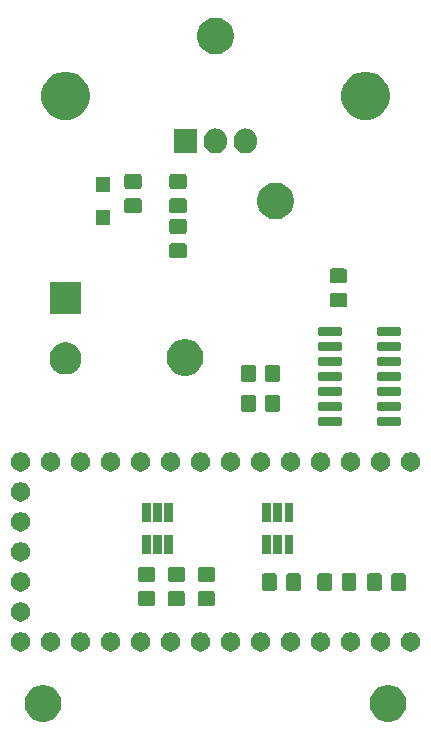
<source format=gbr>
G04 #@! TF.GenerationSoftware,KiCad,Pcbnew,5.1.5*
G04 #@! TF.CreationDate,2020-04-23T21:43:41+02:00*
G04 #@! TF.ProjectId,teensy-load,7465656e-7379-42d6-9c6f-61642e6b6963,rev?*
G04 #@! TF.SameCoordinates,Original*
G04 #@! TF.FileFunction,Soldermask,Top*
G04 #@! TF.FilePolarity,Negative*
%FSLAX46Y46*%
G04 Gerber Fmt 4.6, Leading zero omitted, Abs format (unit mm)*
G04 Created by KiCad (PCBNEW 5.1.5) date 2020-04-23 21:43:41*
%MOMM*%
%LPD*%
G04 APERTURE LIST*
%ADD10C,0.100000*%
G04 APERTURE END LIST*
D10*
G36*
X143327352Y-103918796D02*
G01*
X143609579Y-104035699D01*
X143863578Y-104205415D01*
X144079585Y-104421422D01*
X144249301Y-104675421D01*
X144366204Y-104957648D01*
X144425800Y-105257259D01*
X144425800Y-105562741D01*
X144366204Y-105862352D01*
X144249301Y-106144579D01*
X144079585Y-106398578D01*
X143863578Y-106614585D01*
X143609579Y-106784301D01*
X143327352Y-106901204D01*
X143027741Y-106960800D01*
X142722259Y-106960800D01*
X142422648Y-106901204D01*
X142140421Y-106784301D01*
X141886422Y-106614585D01*
X141670415Y-106398578D01*
X141500699Y-106144579D01*
X141383796Y-105862352D01*
X141324200Y-105562741D01*
X141324200Y-105257259D01*
X141383796Y-104957648D01*
X141500699Y-104675421D01*
X141670415Y-104421422D01*
X141886422Y-104205415D01*
X142140421Y-104035699D01*
X142422648Y-103918796D01*
X142722259Y-103859200D01*
X143027741Y-103859200D01*
X143327352Y-103918796D01*
G37*
G36*
X114117352Y-103918796D02*
G01*
X114399579Y-104035699D01*
X114653578Y-104205415D01*
X114869585Y-104421422D01*
X115039301Y-104675421D01*
X115156204Y-104957648D01*
X115215800Y-105257259D01*
X115215800Y-105562741D01*
X115156204Y-105862352D01*
X115039301Y-106144579D01*
X114869585Y-106398578D01*
X114653578Y-106614585D01*
X114399579Y-106784301D01*
X114117352Y-106901204D01*
X113817741Y-106960800D01*
X113512259Y-106960800D01*
X113212648Y-106901204D01*
X112930421Y-106784301D01*
X112676422Y-106614585D01*
X112460415Y-106398578D01*
X112290699Y-106144579D01*
X112173796Y-105862352D01*
X112114200Y-105562741D01*
X112114200Y-105257259D01*
X112173796Y-104957648D01*
X112290699Y-104675421D01*
X112460415Y-104421422D01*
X112676422Y-104205415D01*
X112930421Y-104035699D01*
X113212648Y-103918796D01*
X113512259Y-103859200D01*
X113817741Y-103859200D01*
X114117352Y-103918796D01*
G37*
G36*
X137397086Y-99421435D02*
G01*
X137545003Y-99482704D01*
X137678134Y-99571660D01*
X137791340Y-99684866D01*
X137880296Y-99817997D01*
X137941565Y-99965914D01*
X137972800Y-100122946D01*
X137972800Y-100283054D01*
X137941565Y-100440086D01*
X137880296Y-100588003D01*
X137791340Y-100721134D01*
X137678134Y-100834340D01*
X137545003Y-100923296D01*
X137397086Y-100984565D01*
X137240054Y-101015800D01*
X137079946Y-101015800D01*
X136922914Y-100984565D01*
X136774997Y-100923296D01*
X136641866Y-100834340D01*
X136528660Y-100721134D01*
X136439704Y-100588003D01*
X136378435Y-100440086D01*
X136347200Y-100283054D01*
X136347200Y-100122946D01*
X136378435Y-99965914D01*
X136439704Y-99817997D01*
X136528660Y-99684866D01*
X136641866Y-99571660D01*
X136774997Y-99482704D01*
X136922914Y-99421435D01*
X137079946Y-99390200D01*
X137240054Y-99390200D01*
X137397086Y-99421435D01*
G37*
G36*
X145017086Y-99421435D02*
G01*
X145165003Y-99482704D01*
X145298134Y-99571660D01*
X145411340Y-99684866D01*
X145500296Y-99817997D01*
X145561565Y-99965914D01*
X145592800Y-100122946D01*
X145592800Y-100283054D01*
X145561565Y-100440086D01*
X145500296Y-100588003D01*
X145411340Y-100721134D01*
X145298134Y-100834340D01*
X145165003Y-100923296D01*
X145017086Y-100984565D01*
X144860054Y-101015800D01*
X144699946Y-101015800D01*
X144542914Y-100984565D01*
X144394997Y-100923296D01*
X144261866Y-100834340D01*
X144148660Y-100721134D01*
X144059704Y-100588003D01*
X143998435Y-100440086D01*
X143967200Y-100283054D01*
X143967200Y-100122946D01*
X143998435Y-99965914D01*
X144059704Y-99817997D01*
X144148660Y-99684866D01*
X144261866Y-99571660D01*
X144394997Y-99482704D01*
X144542914Y-99421435D01*
X144699946Y-99390200D01*
X144860054Y-99390200D01*
X145017086Y-99421435D01*
G37*
G36*
X142477086Y-99421435D02*
G01*
X142625003Y-99482704D01*
X142758134Y-99571660D01*
X142871340Y-99684866D01*
X142960296Y-99817997D01*
X143021565Y-99965914D01*
X143052800Y-100122946D01*
X143052800Y-100283054D01*
X143021565Y-100440086D01*
X142960296Y-100588003D01*
X142871340Y-100721134D01*
X142758134Y-100834340D01*
X142625003Y-100923296D01*
X142477086Y-100984565D01*
X142320054Y-101015800D01*
X142159946Y-101015800D01*
X142002914Y-100984565D01*
X141854997Y-100923296D01*
X141721866Y-100834340D01*
X141608660Y-100721134D01*
X141519704Y-100588003D01*
X141458435Y-100440086D01*
X141427200Y-100283054D01*
X141427200Y-100122946D01*
X141458435Y-99965914D01*
X141519704Y-99817997D01*
X141608660Y-99684866D01*
X141721866Y-99571660D01*
X141854997Y-99482704D01*
X142002914Y-99421435D01*
X142159946Y-99390200D01*
X142320054Y-99390200D01*
X142477086Y-99421435D01*
G37*
G36*
X139937086Y-99421435D02*
G01*
X140085003Y-99482704D01*
X140218134Y-99571660D01*
X140331340Y-99684866D01*
X140420296Y-99817997D01*
X140481565Y-99965914D01*
X140512800Y-100122946D01*
X140512800Y-100283054D01*
X140481565Y-100440086D01*
X140420296Y-100588003D01*
X140331340Y-100721134D01*
X140218134Y-100834340D01*
X140085003Y-100923296D01*
X139937086Y-100984565D01*
X139780054Y-101015800D01*
X139619946Y-101015800D01*
X139462914Y-100984565D01*
X139314997Y-100923296D01*
X139181866Y-100834340D01*
X139068660Y-100721134D01*
X138979704Y-100588003D01*
X138918435Y-100440086D01*
X138887200Y-100283054D01*
X138887200Y-100122946D01*
X138918435Y-99965914D01*
X138979704Y-99817997D01*
X139068660Y-99684866D01*
X139181866Y-99571660D01*
X139314997Y-99482704D01*
X139462914Y-99421435D01*
X139619946Y-99390200D01*
X139780054Y-99390200D01*
X139937086Y-99421435D01*
G37*
G36*
X134857086Y-99421435D02*
G01*
X135005003Y-99482704D01*
X135138134Y-99571660D01*
X135251340Y-99684866D01*
X135340296Y-99817997D01*
X135401565Y-99965914D01*
X135432800Y-100122946D01*
X135432800Y-100283054D01*
X135401565Y-100440086D01*
X135340296Y-100588003D01*
X135251340Y-100721134D01*
X135138134Y-100834340D01*
X135005003Y-100923296D01*
X134857086Y-100984565D01*
X134700054Y-101015800D01*
X134539946Y-101015800D01*
X134382914Y-100984565D01*
X134234997Y-100923296D01*
X134101866Y-100834340D01*
X133988660Y-100721134D01*
X133899704Y-100588003D01*
X133838435Y-100440086D01*
X133807200Y-100283054D01*
X133807200Y-100122946D01*
X133838435Y-99965914D01*
X133899704Y-99817997D01*
X133988660Y-99684866D01*
X134101866Y-99571660D01*
X134234997Y-99482704D01*
X134382914Y-99421435D01*
X134539946Y-99390200D01*
X134700054Y-99390200D01*
X134857086Y-99421435D01*
G37*
G36*
X132317086Y-99421435D02*
G01*
X132465003Y-99482704D01*
X132598134Y-99571660D01*
X132711340Y-99684866D01*
X132800296Y-99817997D01*
X132861565Y-99965914D01*
X132892800Y-100122946D01*
X132892800Y-100283054D01*
X132861565Y-100440086D01*
X132800296Y-100588003D01*
X132711340Y-100721134D01*
X132598134Y-100834340D01*
X132465003Y-100923296D01*
X132317086Y-100984565D01*
X132160054Y-101015800D01*
X131999946Y-101015800D01*
X131842914Y-100984565D01*
X131694997Y-100923296D01*
X131561866Y-100834340D01*
X131448660Y-100721134D01*
X131359704Y-100588003D01*
X131298435Y-100440086D01*
X131267200Y-100283054D01*
X131267200Y-100122946D01*
X131298435Y-99965914D01*
X131359704Y-99817997D01*
X131448660Y-99684866D01*
X131561866Y-99571660D01*
X131694997Y-99482704D01*
X131842914Y-99421435D01*
X131999946Y-99390200D01*
X132160054Y-99390200D01*
X132317086Y-99421435D01*
G37*
G36*
X129777086Y-99421435D02*
G01*
X129925003Y-99482704D01*
X130058134Y-99571660D01*
X130171340Y-99684866D01*
X130260296Y-99817997D01*
X130321565Y-99965914D01*
X130352800Y-100122946D01*
X130352800Y-100283054D01*
X130321565Y-100440086D01*
X130260296Y-100588003D01*
X130171340Y-100721134D01*
X130058134Y-100834340D01*
X129925003Y-100923296D01*
X129777086Y-100984565D01*
X129620054Y-101015800D01*
X129459946Y-101015800D01*
X129302914Y-100984565D01*
X129154997Y-100923296D01*
X129021866Y-100834340D01*
X128908660Y-100721134D01*
X128819704Y-100588003D01*
X128758435Y-100440086D01*
X128727200Y-100283054D01*
X128727200Y-100122946D01*
X128758435Y-99965914D01*
X128819704Y-99817997D01*
X128908660Y-99684866D01*
X129021866Y-99571660D01*
X129154997Y-99482704D01*
X129302914Y-99421435D01*
X129459946Y-99390200D01*
X129620054Y-99390200D01*
X129777086Y-99421435D01*
G37*
G36*
X127237086Y-99421435D02*
G01*
X127385003Y-99482704D01*
X127518134Y-99571660D01*
X127631340Y-99684866D01*
X127720296Y-99817997D01*
X127781565Y-99965914D01*
X127812800Y-100122946D01*
X127812800Y-100283054D01*
X127781565Y-100440086D01*
X127720296Y-100588003D01*
X127631340Y-100721134D01*
X127518134Y-100834340D01*
X127385003Y-100923296D01*
X127237086Y-100984565D01*
X127080054Y-101015800D01*
X126919946Y-101015800D01*
X126762914Y-100984565D01*
X126614997Y-100923296D01*
X126481866Y-100834340D01*
X126368660Y-100721134D01*
X126279704Y-100588003D01*
X126218435Y-100440086D01*
X126187200Y-100283054D01*
X126187200Y-100122946D01*
X126218435Y-99965914D01*
X126279704Y-99817997D01*
X126368660Y-99684866D01*
X126481866Y-99571660D01*
X126614997Y-99482704D01*
X126762914Y-99421435D01*
X126919946Y-99390200D01*
X127080054Y-99390200D01*
X127237086Y-99421435D01*
G37*
G36*
X124697086Y-99421435D02*
G01*
X124845003Y-99482704D01*
X124978134Y-99571660D01*
X125091340Y-99684866D01*
X125180296Y-99817997D01*
X125241565Y-99965914D01*
X125272800Y-100122946D01*
X125272800Y-100283054D01*
X125241565Y-100440086D01*
X125180296Y-100588003D01*
X125091340Y-100721134D01*
X124978134Y-100834340D01*
X124845003Y-100923296D01*
X124697086Y-100984565D01*
X124540054Y-101015800D01*
X124379946Y-101015800D01*
X124222914Y-100984565D01*
X124074997Y-100923296D01*
X123941866Y-100834340D01*
X123828660Y-100721134D01*
X123739704Y-100588003D01*
X123678435Y-100440086D01*
X123647200Y-100283054D01*
X123647200Y-100122946D01*
X123678435Y-99965914D01*
X123739704Y-99817997D01*
X123828660Y-99684866D01*
X123941866Y-99571660D01*
X124074997Y-99482704D01*
X124222914Y-99421435D01*
X124379946Y-99390200D01*
X124540054Y-99390200D01*
X124697086Y-99421435D01*
G37*
G36*
X122157086Y-99421435D02*
G01*
X122305003Y-99482704D01*
X122438134Y-99571660D01*
X122551340Y-99684866D01*
X122640296Y-99817997D01*
X122701565Y-99965914D01*
X122732800Y-100122946D01*
X122732800Y-100283054D01*
X122701565Y-100440086D01*
X122640296Y-100588003D01*
X122551340Y-100721134D01*
X122438134Y-100834340D01*
X122305003Y-100923296D01*
X122157086Y-100984565D01*
X122000054Y-101015800D01*
X121839946Y-101015800D01*
X121682914Y-100984565D01*
X121534997Y-100923296D01*
X121401866Y-100834340D01*
X121288660Y-100721134D01*
X121199704Y-100588003D01*
X121138435Y-100440086D01*
X121107200Y-100283054D01*
X121107200Y-100122946D01*
X121138435Y-99965914D01*
X121199704Y-99817997D01*
X121288660Y-99684866D01*
X121401866Y-99571660D01*
X121534997Y-99482704D01*
X121682914Y-99421435D01*
X121839946Y-99390200D01*
X122000054Y-99390200D01*
X122157086Y-99421435D01*
G37*
G36*
X119617086Y-99421435D02*
G01*
X119765003Y-99482704D01*
X119898134Y-99571660D01*
X120011340Y-99684866D01*
X120100296Y-99817997D01*
X120161565Y-99965914D01*
X120192800Y-100122946D01*
X120192800Y-100283054D01*
X120161565Y-100440086D01*
X120100296Y-100588003D01*
X120011340Y-100721134D01*
X119898134Y-100834340D01*
X119765003Y-100923296D01*
X119617086Y-100984565D01*
X119460054Y-101015800D01*
X119299946Y-101015800D01*
X119142914Y-100984565D01*
X118994997Y-100923296D01*
X118861866Y-100834340D01*
X118748660Y-100721134D01*
X118659704Y-100588003D01*
X118598435Y-100440086D01*
X118567200Y-100283054D01*
X118567200Y-100122946D01*
X118598435Y-99965914D01*
X118659704Y-99817997D01*
X118748660Y-99684866D01*
X118861866Y-99571660D01*
X118994997Y-99482704D01*
X119142914Y-99421435D01*
X119299946Y-99390200D01*
X119460054Y-99390200D01*
X119617086Y-99421435D01*
G37*
G36*
X117077086Y-99421435D02*
G01*
X117225003Y-99482704D01*
X117358134Y-99571660D01*
X117471340Y-99684866D01*
X117560296Y-99817997D01*
X117621565Y-99965914D01*
X117652800Y-100122946D01*
X117652800Y-100283054D01*
X117621565Y-100440086D01*
X117560296Y-100588003D01*
X117471340Y-100721134D01*
X117358134Y-100834340D01*
X117225003Y-100923296D01*
X117077086Y-100984565D01*
X116920054Y-101015800D01*
X116759946Y-101015800D01*
X116602914Y-100984565D01*
X116454997Y-100923296D01*
X116321866Y-100834340D01*
X116208660Y-100721134D01*
X116119704Y-100588003D01*
X116058435Y-100440086D01*
X116027200Y-100283054D01*
X116027200Y-100122946D01*
X116058435Y-99965914D01*
X116119704Y-99817997D01*
X116208660Y-99684866D01*
X116321866Y-99571660D01*
X116454997Y-99482704D01*
X116602914Y-99421435D01*
X116759946Y-99390200D01*
X116920054Y-99390200D01*
X117077086Y-99421435D01*
G37*
G36*
X114537086Y-99421435D02*
G01*
X114685003Y-99482704D01*
X114818134Y-99571660D01*
X114931340Y-99684866D01*
X115020296Y-99817997D01*
X115081565Y-99965914D01*
X115112800Y-100122946D01*
X115112800Y-100283054D01*
X115081565Y-100440086D01*
X115020296Y-100588003D01*
X114931340Y-100721134D01*
X114818134Y-100834340D01*
X114685003Y-100923296D01*
X114537086Y-100984565D01*
X114380054Y-101015800D01*
X114219946Y-101015800D01*
X114062914Y-100984565D01*
X113914997Y-100923296D01*
X113781866Y-100834340D01*
X113668660Y-100721134D01*
X113579704Y-100588003D01*
X113518435Y-100440086D01*
X113487200Y-100283054D01*
X113487200Y-100122946D01*
X113518435Y-99965914D01*
X113579704Y-99817997D01*
X113668660Y-99684866D01*
X113781866Y-99571660D01*
X113914997Y-99482704D01*
X114062914Y-99421435D01*
X114219946Y-99390200D01*
X114380054Y-99390200D01*
X114537086Y-99421435D01*
G37*
G36*
X111997086Y-99421435D02*
G01*
X112145003Y-99482704D01*
X112278134Y-99571660D01*
X112391340Y-99684866D01*
X112480296Y-99817997D01*
X112541565Y-99965914D01*
X112572800Y-100122946D01*
X112572800Y-100283054D01*
X112541565Y-100440086D01*
X112480296Y-100588003D01*
X112391340Y-100721134D01*
X112278134Y-100834340D01*
X112145003Y-100923296D01*
X111997086Y-100984565D01*
X111840054Y-101015800D01*
X111679946Y-101015800D01*
X111522914Y-100984565D01*
X111374997Y-100923296D01*
X111241866Y-100834340D01*
X111128660Y-100721134D01*
X111039704Y-100588003D01*
X110978435Y-100440086D01*
X110947200Y-100283054D01*
X110947200Y-100122946D01*
X110978435Y-99965914D01*
X111039704Y-99817997D01*
X111128660Y-99684866D01*
X111241866Y-99571660D01*
X111374997Y-99482704D01*
X111522914Y-99421435D01*
X111679946Y-99390200D01*
X111840054Y-99390200D01*
X111997086Y-99421435D01*
G37*
G36*
X111997086Y-96881435D02*
G01*
X112145003Y-96942704D01*
X112234163Y-97002279D01*
X112250904Y-97013465D01*
X112278134Y-97031660D01*
X112391340Y-97144866D01*
X112391342Y-97144869D01*
X112391343Y-97144870D01*
X112420721Y-97188837D01*
X112480296Y-97277997D01*
X112541565Y-97425914D01*
X112572800Y-97582946D01*
X112572800Y-97743054D01*
X112541565Y-97900086D01*
X112480296Y-98048003D01*
X112391340Y-98181134D01*
X112278134Y-98294340D01*
X112145003Y-98383296D01*
X111997086Y-98444565D01*
X111840054Y-98475800D01*
X111679946Y-98475800D01*
X111522914Y-98444565D01*
X111374997Y-98383296D01*
X111241866Y-98294340D01*
X111128660Y-98181134D01*
X111039704Y-98048003D01*
X110978435Y-97900086D01*
X110947200Y-97743054D01*
X110947200Y-97582946D01*
X110978435Y-97425914D01*
X111039704Y-97277997D01*
X111099279Y-97188837D01*
X111128657Y-97144870D01*
X111128658Y-97144869D01*
X111128660Y-97144866D01*
X111241866Y-97031660D01*
X111269097Y-97013465D01*
X111285837Y-97002279D01*
X111374997Y-96942704D01*
X111522914Y-96881435D01*
X111679946Y-96850200D01*
X111840054Y-96850200D01*
X111997086Y-96881435D01*
G37*
G36*
X128062857Y-95917117D02*
G01*
X128108465Y-95930952D01*
X128150504Y-95953422D01*
X128187344Y-95983656D01*
X128217578Y-96020496D01*
X128240048Y-96062535D01*
X128253883Y-96108143D01*
X128258800Y-96158065D01*
X128258800Y-96917935D01*
X128253883Y-96967857D01*
X128240048Y-97013465D01*
X128217578Y-97055504D01*
X128187344Y-97092344D01*
X128150504Y-97122578D01*
X128108465Y-97145048D01*
X128062857Y-97158883D01*
X128012935Y-97163800D01*
X127003065Y-97163800D01*
X126953143Y-97158883D01*
X126907535Y-97145048D01*
X126865496Y-97122578D01*
X126828656Y-97092344D01*
X126798422Y-97055504D01*
X126775952Y-97013465D01*
X126762117Y-96967857D01*
X126757200Y-96917935D01*
X126757200Y-96158065D01*
X126762117Y-96108143D01*
X126775952Y-96062535D01*
X126798422Y-96020496D01*
X126828656Y-95983656D01*
X126865496Y-95953422D01*
X126907535Y-95930952D01*
X126953143Y-95917117D01*
X127003065Y-95912200D01*
X128012935Y-95912200D01*
X128062857Y-95917117D01*
G37*
G36*
X125522857Y-95917117D02*
G01*
X125568465Y-95930952D01*
X125610504Y-95953422D01*
X125647344Y-95983656D01*
X125677578Y-96020496D01*
X125700048Y-96062535D01*
X125713883Y-96108143D01*
X125718800Y-96158065D01*
X125718800Y-96917935D01*
X125713883Y-96967857D01*
X125700048Y-97013465D01*
X125677578Y-97055504D01*
X125647344Y-97092344D01*
X125610504Y-97122578D01*
X125568465Y-97145048D01*
X125522857Y-97158883D01*
X125472935Y-97163800D01*
X124463065Y-97163800D01*
X124413143Y-97158883D01*
X124367535Y-97145048D01*
X124325496Y-97122578D01*
X124288656Y-97092344D01*
X124258422Y-97055504D01*
X124235952Y-97013465D01*
X124222117Y-96967857D01*
X124217200Y-96917935D01*
X124217200Y-96158065D01*
X124222117Y-96108143D01*
X124235952Y-96062535D01*
X124258422Y-96020496D01*
X124288656Y-95983656D01*
X124325496Y-95953422D01*
X124367535Y-95930952D01*
X124413143Y-95917117D01*
X124463065Y-95912200D01*
X125472935Y-95912200D01*
X125522857Y-95917117D01*
G37*
G36*
X122982857Y-95908117D02*
G01*
X123028465Y-95921952D01*
X123070504Y-95944422D01*
X123107344Y-95974656D01*
X123137578Y-96011496D01*
X123160048Y-96053535D01*
X123173883Y-96099143D01*
X123178800Y-96149065D01*
X123178800Y-96908935D01*
X123173883Y-96958857D01*
X123160048Y-97004465D01*
X123137578Y-97046504D01*
X123107344Y-97083344D01*
X123070504Y-97113578D01*
X123028465Y-97136048D01*
X122982857Y-97149883D01*
X122932935Y-97154800D01*
X121923065Y-97154800D01*
X121873143Y-97149883D01*
X121827535Y-97136048D01*
X121785496Y-97113578D01*
X121748656Y-97083344D01*
X121718422Y-97046504D01*
X121695952Y-97004465D01*
X121682117Y-96958857D01*
X121677200Y-96908935D01*
X121677200Y-96149065D01*
X121682117Y-96099143D01*
X121695952Y-96053535D01*
X121718422Y-96011496D01*
X121748656Y-95974656D01*
X121785496Y-95944422D01*
X121827535Y-95921952D01*
X121873143Y-95908117D01*
X121923065Y-95903200D01*
X122932935Y-95903200D01*
X122982857Y-95908117D01*
G37*
G36*
X111997086Y-94341435D02*
G01*
X112145003Y-94402704D01*
X112278134Y-94491660D01*
X112391340Y-94604866D01*
X112391342Y-94604869D01*
X112391343Y-94604870D01*
X112417680Y-94644286D01*
X112480296Y-94737997D01*
X112541565Y-94885914D01*
X112572800Y-95042946D01*
X112572800Y-95203054D01*
X112541565Y-95360086D01*
X112480296Y-95508003D01*
X112420721Y-95597163D01*
X112400160Y-95627935D01*
X112391340Y-95641134D01*
X112278134Y-95754340D01*
X112145003Y-95843296D01*
X111997086Y-95904565D01*
X111840054Y-95935800D01*
X111679946Y-95935800D01*
X111522914Y-95904565D01*
X111374997Y-95843296D01*
X111241866Y-95754340D01*
X111128660Y-95641134D01*
X111119841Y-95627935D01*
X111099279Y-95597163D01*
X111039704Y-95508003D01*
X110978435Y-95360086D01*
X110947200Y-95203054D01*
X110947200Y-95042946D01*
X110978435Y-94885914D01*
X111039704Y-94737997D01*
X111102320Y-94644286D01*
X111128657Y-94604870D01*
X111128658Y-94604869D01*
X111128660Y-94604866D01*
X111241866Y-94491660D01*
X111374997Y-94402704D01*
X111522914Y-94341435D01*
X111679946Y-94310200D01*
X111840054Y-94310200D01*
X111997086Y-94341435D01*
G37*
G36*
X142152857Y-94377117D02*
G01*
X142198465Y-94390952D01*
X142240504Y-94413422D01*
X142277344Y-94443656D01*
X142307578Y-94480496D01*
X142330048Y-94522535D01*
X142343883Y-94568143D01*
X142348800Y-94618065D01*
X142348800Y-95627935D01*
X142343883Y-95677857D01*
X142330048Y-95723465D01*
X142307578Y-95765504D01*
X142277344Y-95802344D01*
X142240504Y-95832578D01*
X142198465Y-95855048D01*
X142152857Y-95868883D01*
X142102935Y-95873800D01*
X141343065Y-95873800D01*
X141293143Y-95868883D01*
X141247535Y-95855048D01*
X141205496Y-95832578D01*
X141168656Y-95802344D01*
X141138422Y-95765504D01*
X141115952Y-95723465D01*
X141102117Y-95677857D01*
X141097200Y-95627935D01*
X141097200Y-94618065D01*
X141102117Y-94568143D01*
X141115952Y-94522535D01*
X141138422Y-94480496D01*
X141168656Y-94443656D01*
X141205496Y-94413422D01*
X141247535Y-94390952D01*
X141293143Y-94377117D01*
X141343065Y-94372200D01*
X142102935Y-94372200D01*
X142152857Y-94377117D01*
G37*
G36*
X144202857Y-94377117D02*
G01*
X144248465Y-94390952D01*
X144290504Y-94413422D01*
X144327344Y-94443656D01*
X144357578Y-94480496D01*
X144380048Y-94522535D01*
X144393883Y-94568143D01*
X144398800Y-94618065D01*
X144398800Y-95627935D01*
X144393883Y-95677857D01*
X144380048Y-95723465D01*
X144357578Y-95765504D01*
X144327344Y-95802344D01*
X144290504Y-95832578D01*
X144248465Y-95855048D01*
X144202857Y-95868883D01*
X144152935Y-95873800D01*
X143393065Y-95873800D01*
X143343143Y-95868883D01*
X143297535Y-95855048D01*
X143255496Y-95832578D01*
X143218656Y-95802344D01*
X143188422Y-95765504D01*
X143165952Y-95723465D01*
X143152117Y-95677857D01*
X143147200Y-95627935D01*
X143147200Y-94618065D01*
X143152117Y-94568143D01*
X143165952Y-94522535D01*
X143188422Y-94480496D01*
X143218656Y-94443656D01*
X143255496Y-94413422D01*
X143297535Y-94390952D01*
X143343143Y-94377117D01*
X143393065Y-94372200D01*
X144152935Y-94372200D01*
X144202857Y-94377117D01*
G37*
G36*
X133262857Y-94377117D02*
G01*
X133308465Y-94390952D01*
X133350504Y-94413422D01*
X133387344Y-94443656D01*
X133417578Y-94480496D01*
X133440048Y-94522535D01*
X133453883Y-94568143D01*
X133458800Y-94618065D01*
X133458800Y-95627935D01*
X133453883Y-95677857D01*
X133440048Y-95723465D01*
X133417578Y-95765504D01*
X133387344Y-95802344D01*
X133350504Y-95832578D01*
X133308465Y-95855048D01*
X133262857Y-95868883D01*
X133212935Y-95873800D01*
X132453065Y-95873800D01*
X132403143Y-95868883D01*
X132357535Y-95855048D01*
X132315496Y-95832578D01*
X132278656Y-95802344D01*
X132248422Y-95765504D01*
X132225952Y-95723465D01*
X132212117Y-95677857D01*
X132207200Y-95627935D01*
X132207200Y-94618065D01*
X132212117Y-94568143D01*
X132225952Y-94522535D01*
X132248422Y-94480496D01*
X132278656Y-94443656D01*
X132315496Y-94413422D01*
X132357535Y-94390952D01*
X132403143Y-94377117D01*
X132453065Y-94372200D01*
X133212935Y-94372200D01*
X133262857Y-94377117D01*
G37*
G36*
X140002857Y-94377117D02*
G01*
X140048465Y-94390952D01*
X140090504Y-94413422D01*
X140127344Y-94443656D01*
X140157578Y-94480496D01*
X140180048Y-94522535D01*
X140193883Y-94568143D01*
X140198800Y-94618065D01*
X140198800Y-95627935D01*
X140193883Y-95677857D01*
X140180048Y-95723465D01*
X140157578Y-95765504D01*
X140127344Y-95802344D01*
X140090504Y-95832578D01*
X140048465Y-95855048D01*
X140002857Y-95868883D01*
X139952935Y-95873800D01*
X139193065Y-95873800D01*
X139143143Y-95868883D01*
X139097535Y-95855048D01*
X139055496Y-95832578D01*
X139018656Y-95802344D01*
X138988422Y-95765504D01*
X138965952Y-95723465D01*
X138952117Y-95677857D01*
X138947200Y-95627935D01*
X138947200Y-94618065D01*
X138952117Y-94568143D01*
X138965952Y-94522535D01*
X138988422Y-94480496D01*
X139018656Y-94443656D01*
X139055496Y-94413422D01*
X139097535Y-94390952D01*
X139143143Y-94377117D01*
X139193065Y-94372200D01*
X139952935Y-94372200D01*
X140002857Y-94377117D01*
G37*
G36*
X137952857Y-94377117D02*
G01*
X137998465Y-94390952D01*
X138040504Y-94413422D01*
X138077344Y-94443656D01*
X138107578Y-94480496D01*
X138130048Y-94522535D01*
X138143883Y-94568143D01*
X138148800Y-94618065D01*
X138148800Y-95627935D01*
X138143883Y-95677857D01*
X138130048Y-95723465D01*
X138107578Y-95765504D01*
X138077344Y-95802344D01*
X138040504Y-95832578D01*
X137998465Y-95855048D01*
X137952857Y-95868883D01*
X137902935Y-95873800D01*
X137143065Y-95873800D01*
X137093143Y-95868883D01*
X137047535Y-95855048D01*
X137005496Y-95832578D01*
X136968656Y-95802344D01*
X136938422Y-95765504D01*
X136915952Y-95723465D01*
X136902117Y-95677857D01*
X136897200Y-95627935D01*
X136897200Y-94618065D01*
X136902117Y-94568143D01*
X136915952Y-94522535D01*
X136938422Y-94480496D01*
X136968656Y-94443656D01*
X137005496Y-94413422D01*
X137047535Y-94390952D01*
X137093143Y-94377117D01*
X137143065Y-94372200D01*
X137902935Y-94372200D01*
X137952857Y-94377117D01*
G37*
G36*
X135312857Y-94377117D02*
G01*
X135358465Y-94390952D01*
X135400504Y-94413422D01*
X135437344Y-94443656D01*
X135467578Y-94480496D01*
X135490048Y-94522535D01*
X135503883Y-94568143D01*
X135508800Y-94618065D01*
X135508800Y-95627935D01*
X135503883Y-95677857D01*
X135490048Y-95723465D01*
X135467578Y-95765504D01*
X135437344Y-95802344D01*
X135400504Y-95832578D01*
X135358465Y-95855048D01*
X135312857Y-95868883D01*
X135262935Y-95873800D01*
X134503065Y-95873800D01*
X134453143Y-95868883D01*
X134407535Y-95855048D01*
X134365496Y-95832578D01*
X134328656Y-95802344D01*
X134298422Y-95765504D01*
X134275952Y-95723465D01*
X134262117Y-95677857D01*
X134257200Y-95627935D01*
X134257200Y-94618065D01*
X134262117Y-94568143D01*
X134275952Y-94522535D01*
X134298422Y-94480496D01*
X134328656Y-94443656D01*
X134365496Y-94413422D01*
X134407535Y-94390952D01*
X134453143Y-94377117D01*
X134503065Y-94372200D01*
X135262935Y-94372200D01*
X135312857Y-94377117D01*
G37*
G36*
X128062857Y-93867117D02*
G01*
X128108465Y-93880952D01*
X128150504Y-93903422D01*
X128187344Y-93933656D01*
X128217578Y-93970496D01*
X128240048Y-94012535D01*
X128253883Y-94058143D01*
X128258800Y-94108065D01*
X128258800Y-94867935D01*
X128253883Y-94917857D01*
X128240048Y-94963465D01*
X128217578Y-95005504D01*
X128187344Y-95042344D01*
X128150504Y-95072578D01*
X128108465Y-95095048D01*
X128062857Y-95108883D01*
X128012935Y-95113800D01*
X127003065Y-95113800D01*
X126953143Y-95108883D01*
X126907535Y-95095048D01*
X126865496Y-95072578D01*
X126828656Y-95042344D01*
X126798422Y-95005504D01*
X126775952Y-94963465D01*
X126762117Y-94917857D01*
X126757200Y-94867935D01*
X126757200Y-94108065D01*
X126762117Y-94058143D01*
X126775952Y-94012535D01*
X126798422Y-93970496D01*
X126828656Y-93933656D01*
X126865496Y-93903422D01*
X126907535Y-93880952D01*
X126953143Y-93867117D01*
X127003065Y-93862200D01*
X128012935Y-93862200D01*
X128062857Y-93867117D01*
G37*
G36*
X125522857Y-93867117D02*
G01*
X125568465Y-93880952D01*
X125610504Y-93903422D01*
X125647344Y-93933656D01*
X125677578Y-93970496D01*
X125700048Y-94012535D01*
X125713883Y-94058143D01*
X125718800Y-94108065D01*
X125718800Y-94867935D01*
X125713883Y-94917857D01*
X125700048Y-94963465D01*
X125677578Y-95005504D01*
X125647344Y-95042344D01*
X125610504Y-95072578D01*
X125568465Y-95095048D01*
X125522857Y-95108883D01*
X125472935Y-95113800D01*
X124463065Y-95113800D01*
X124413143Y-95108883D01*
X124367535Y-95095048D01*
X124325496Y-95072578D01*
X124288656Y-95042344D01*
X124258422Y-95005504D01*
X124235952Y-94963465D01*
X124222117Y-94917857D01*
X124217200Y-94867935D01*
X124217200Y-94108065D01*
X124222117Y-94058143D01*
X124235952Y-94012535D01*
X124258422Y-93970496D01*
X124288656Y-93933656D01*
X124325496Y-93903422D01*
X124367535Y-93880952D01*
X124413143Y-93867117D01*
X124463065Y-93862200D01*
X125472935Y-93862200D01*
X125522857Y-93867117D01*
G37*
G36*
X122982857Y-93858117D02*
G01*
X123028465Y-93871952D01*
X123070504Y-93894422D01*
X123107344Y-93924656D01*
X123137578Y-93961496D01*
X123160048Y-94003535D01*
X123173883Y-94049143D01*
X123178800Y-94099065D01*
X123178800Y-94858935D01*
X123173883Y-94908857D01*
X123160048Y-94954465D01*
X123137578Y-94996504D01*
X123107344Y-95033344D01*
X123070504Y-95063578D01*
X123028465Y-95086048D01*
X122982857Y-95099883D01*
X122932935Y-95104800D01*
X121923065Y-95104800D01*
X121873143Y-95099883D01*
X121827535Y-95086048D01*
X121785496Y-95063578D01*
X121748656Y-95033344D01*
X121718422Y-94996504D01*
X121695952Y-94954465D01*
X121682117Y-94908857D01*
X121677200Y-94858935D01*
X121677200Y-94099065D01*
X121682117Y-94049143D01*
X121695952Y-94003535D01*
X121718422Y-93961496D01*
X121748656Y-93924656D01*
X121785496Y-93894422D01*
X121827535Y-93871952D01*
X121873143Y-93858117D01*
X121923065Y-93853200D01*
X122932935Y-93853200D01*
X122982857Y-93858117D01*
G37*
G36*
X111997086Y-91801435D02*
G01*
X112145003Y-91862704D01*
X112278134Y-91951660D01*
X112391340Y-92064866D01*
X112480296Y-92197997D01*
X112541565Y-92345914D01*
X112572800Y-92502946D01*
X112572800Y-92663054D01*
X112541565Y-92820086D01*
X112480296Y-92968003D01*
X112391340Y-93101134D01*
X112278134Y-93214340D01*
X112145003Y-93303296D01*
X111997086Y-93364565D01*
X111840054Y-93395800D01*
X111679946Y-93395800D01*
X111522914Y-93364565D01*
X111374997Y-93303296D01*
X111241866Y-93214340D01*
X111128660Y-93101134D01*
X111039704Y-92968003D01*
X110978435Y-92820086D01*
X110947200Y-92663054D01*
X110947200Y-92502946D01*
X110978435Y-92345914D01*
X111039704Y-92197997D01*
X111128660Y-92064866D01*
X111241866Y-91951660D01*
X111374997Y-91862704D01*
X111522914Y-91801435D01*
X111679946Y-91770200D01*
X111840054Y-91770200D01*
X111997086Y-91801435D01*
G37*
G36*
X123753800Y-92778800D02*
G01*
X123002200Y-92778800D01*
X123002200Y-91117200D01*
X123753800Y-91117200D01*
X123753800Y-92778800D01*
G37*
G36*
X134868800Y-92778800D02*
G01*
X134117200Y-92778800D01*
X134117200Y-91117200D01*
X134868800Y-91117200D01*
X134868800Y-92778800D01*
G37*
G36*
X133918800Y-92778800D02*
G01*
X133167200Y-92778800D01*
X133167200Y-91117200D01*
X133918800Y-91117200D01*
X133918800Y-92778800D01*
G37*
G36*
X132968800Y-92778800D02*
G01*
X132217200Y-92778800D01*
X132217200Y-91117200D01*
X132968800Y-91117200D01*
X132968800Y-92778800D01*
G37*
G36*
X124703800Y-92778800D02*
G01*
X123952200Y-92778800D01*
X123952200Y-91117200D01*
X124703800Y-91117200D01*
X124703800Y-92778800D01*
G37*
G36*
X122803800Y-92778800D02*
G01*
X122052200Y-92778800D01*
X122052200Y-91117200D01*
X122803800Y-91117200D01*
X122803800Y-92778800D01*
G37*
G36*
X111997086Y-89261435D02*
G01*
X112145003Y-89322704D01*
X112278134Y-89411660D01*
X112391340Y-89524866D01*
X112480296Y-89657997D01*
X112541565Y-89805914D01*
X112572800Y-89962946D01*
X112572800Y-90123054D01*
X112541565Y-90280086D01*
X112480296Y-90428003D01*
X112391340Y-90561134D01*
X112278134Y-90674340D01*
X112145003Y-90763296D01*
X111997086Y-90824565D01*
X111840054Y-90855800D01*
X111679946Y-90855800D01*
X111522914Y-90824565D01*
X111374997Y-90763296D01*
X111241866Y-90674340D01*
X111128660Y-90561134D01*
X111039704Y-90428003D01*
X110978435Y-90280086D01*
X110947200Y-90123054D01*
X110947200Y-89962946D01*
X110978435Y-89805914D01*
X111039704Y-89657997D01*
X111128660Y-89524866D01*
X111241866Y-89411660D01*
X111374997Y-89322704D01*
X111522914Y-89261435D01*
X111679946Y-89230200D01*
X111840054Y-89230200D01*
X111997086Y-89261435D01*
G37*
G36*
X124703800Y-90078800D02*
G01*
X123952200Y-90078800D01*
X123952200Y-88417200D01*
X124703800Y-88417200D01*
X124703800Y-90078800D01*
G37*
G36*
X122803800Y-90078800D02*
G01*
X122052200Y-90078800D01*
X122052200Y-88417200D01*
X122803800Y-88417200D01*
X122803800Y-90078800D01*
G37*
G36*
X134868800Y-90078800D02*
G01*
X134117200Y-90078800D01*
X134117200Y-88417200D01*
X134868800Y-88417200D01*
X134868800Y-90078800D01*
G37*
G36*
X132968800Y-90078800D02*
G01*
X132217200Y-90078800D01*
X132217200Y-88417200D01*
X132968800Y-88417200D01*
X132968800Y-90078800D01*
G37*
G36*
X133918800Y-90078800D02*
G01*
X133167200Y-90078800D01*
X133167200Y-88417200D01*
X133918800Y-88417200D01*
X133918800Y-90078800D01*
G37*
G36*
X123753800Y-90078800D02*
G01*
X123002200Y-90078800D01*
X123002200Y-88417200D01*
X123753800Y-88417200D01*
X123753800Y-90078800D01*
G37*
G36*
X111997086Y-86721435D02*
G01*
X112145003Y-86782704D01*
X112278134Y-86871660D01*
X112391340Y-86984866D01*
X112480296Y-87117997D01*
X112541565Y-87265914D01*
X112572800Y-87422946D01*
X112572800Y-87583054D01*
X112541565Y-87740086D01*
X112480296Y-87888003D01*
X112391340Y-88021134D01*
X112278134Y-88134340D01*
X112145003Y-88223296D01*
X111997086Y-88284565D01*
X111840054Y-88315800D01*
X111679946Y-88315800D01*
X111522914Y-88284565D01*
X111374997Y-88223296D01*
X111241866Y-88134340D01*
X111128660Y-88021134D01*
X111039704Y-87888003D01*
X110978435Y-87740086D01*
X110947200Y-87583054D01*
X110947200Y-87422946D01*
X110978435Y-87265914D01*
X111039704Y-87117997D01*
X111128660Y-86984866D01*
X111241866Y-86871660D01*
X111374997Y-86782704D01*
X111522914Y-86721435D01*
X111679946Y-86690200D01*
X111840054Y-86690200D01*
X111997086Y-86721435D01*
G37*
G36*
X111997086Y-84181435D02*
G01*
X112145003Y-84242704D01*
X112278134Y-84331660D01*
X112391340Y-84444866D01*
X112480296Y-84577997D01*
X112541565Y-84725914D01*
X112572800Y-84882946D01*
X112572800Y-85043054D01*
X112541565Y-85200086D01*
X112480296Y-85348003D01*
X112391340Y-85481134D01*
X112278134Y-85594340D01*
X112145003Y-85683296D01*
X111997086Y-85744565D01*
X111840054Y-85775800D01*
X111679946Y-85775800D01*
X111522914Y-85744565D01*
X111374997Y-85683296D01*
X111241866Y-85594340D01*
X111128660Y-85481134D01*
X111039704Y-85348003D01*
X110978435Y-85200086D01*
X110947200Y-85043054D01*
X110947200Y-84882946D01*
X110978435Y-84725914D01*
X111039704Y-84577997D01*
X111128660Y-84444866D01*
X111241866Y-84331660D01*
X111374997Y-84242704D01*
X111522914Y-84181435D01*
X111679946Y-84150200D01*
X111840054Y-84150200D01*
X111997086Y-84181435D01*
G37*
G36*
X114537086Y-84181435D02*
G01*
X114685003Y-84242704D01*
X114818134Y-84331660D01*
X114931340Y-84444866D01*
X115020296Y-84577997D01*
X115081565Y-84725914D01*
X115112800Y-84882946D01*
X115112800Y-85043054D01*
X115081565Y-85200086D01*
X115020296Y-85348003D01*
X114931340Y-85481134D01*
X114818134Y-85594340D01*
X114685003Y-85683296D01*
X114537086Y-85744565D01*
X114380054Y-85775800D01*
X114219946Y-85775800D01*
X114062914Y-85744565D01*
X113914997Y-85683296D01*
X113781866Y-85594340D01*
X113668660Y-85481134D01*
X113579704Y-85348003D01*
X113518435Y-85200086D01*
X113487200Y-85043054D01*
X113487200Y-84882946D01*
X113518435Y-84725914D01*
X113579704Y-84577997D01*
X113668660Y-84444866D01*
X113781866Y-84331660D01*
X113914997Y-84242704D01*
X114062914Y-84181435D01*
X114219946Y-84150200D01*
X114380054Y-84150200D01*
X114537086Y-84181435D01*
G37*
G36*
X117077086Y-84181435D02*
G01*
X117225003Y-84242704D01*
X117358134Y-84331660D01*
X117471340Y-84444866D01*
X117560296Y-84577997D01*
X117621565Y-84725914D01*
X117652800Y-84882946D01*
X117652800Y-85043054D01*
X117621565Y-85200086D01*
X117560296Y-85348003D01*
X117471340Y-85481134D01*
X117358134Y-85594340D01*
X117225003Y-85683296D01*
X117077086Y-85744565D01*
X116920054Y-85775800D01*
X116759946Y-85775800D01*
X116602914Y-85744565D01*
X116454997Y-85683296D01*
X116321866Y-85594340D01*
X116208660Y-85481134D01*
X116119704Y-85348003D01*
X116058435Y-85200086D01*
X116027200Y-85043054D01*
X116027200Y-84882946D01*
X116058435Y-84725914D01*
X116119704Y-84577997D01*
X116208660Y-84444866D01*
X116321866Y-84331660D01*
X116454997Y-84242704D01*
X116602914Y-84181435D01*
X116759946Y-84150200D01*
X116920054Y-84150200D01*
X117077086Y-84181435D01*
G37*
G36*
X139937086Y-84181435D02*
G01*
X140085003Y-84242704D01*
X140218134Y-84331660D01*
X140331340Y-84444866D01*
X140420296Y-84577997D01*
X140481565Y-84725914D01*
X140512800Y-84882946D01*
X140512800Y-85043054D01*
X140481565Y-85200086D01*
X140420296Y-85348003D01*
X140331340Y-85481134D01*
X140218134Y-85594340D01*
X140085003Y-85683296D01*
X139937086Y-85744565D01*
X139780054Y-85775800D01*
X139619946Y-85775800D01*
X139462914Y-85744565D01*
X139314997Y-85683296D01*
X139181866Y-85594340D01*
X139068660Y-85481134D01*
X138979704Y-85348003D01*
X138918435Y-85200086D01*
X138887200Y-85043054D01*
X138887200Y-84882946D01*
X138918435Y-84725914D01*
X138979704Y-84577997D01*
X139068660Y-84444866D01*
X139181866Y-84331660D01*
X139314997Y-84242704D01*
X139462914Y-84181435D01*
X139619946Y-84150200D01*
X139780054Y-84150200D01*
X139937086Y-84181435D01*
G37*
G36*
X119617086Y-84181435D02*
G01*
X119765003Y-84242704D01*
X119898134Y-84331660D01*
X120011340Y-84444866D01*
X120100296Y-84577997D01*
X120161565Y-84725914D01*
X120192800Y-84882946D01*
X120192800Y-85043054D01*
X120161565Y-85200086D01*
X120100296Y-85348003D01*
X120011340Y-85481134D01*
X119898134Y-85594340D01*
X119765003Y-85683296D01*
X119617086Y-85744565D01*
X119460054Y-85775800D01*
X119299946Y-85775800D01*
X119142914Y-85744565D01*
X118994997Y-85683296D01*
X118861866Y-85594340D01*
X118748660Y-85481134D01*
X118659704Y-85348003D01*
X118598435Y-85200086D01*
X118567200Y-85043054D01*
X118567200Y-84882946D01*
X118598435Y-84725914D01*
X118659704Y-84577997D01*
X118748660Y-84444866D01*
X118861866Y-84331660D01*
X118994997Y-84242704D01*
X119142914Y-84181435D01*
X119299946Y-84150200D01*
X119460054Y-84150200D01*
X119617086Y-84181435D01*
G37*
G36*
X122157086Y-84181435D02*
G01*
X122305003Y-84242704D01*
X122438134Y-84331660D01*
X122551340Y-84444866D01*
X122640296Y-84577997D01*
X122701565Y-84725914D01*
X122732800Y-84882946D01*
X122732800Y-85043054D01*
X122701565Y-85200086D01*
X122640296Y-85348003D01*
X122551340Y-85481134D01*
X122438134Y-85594340D01*
X122305003Y-85683296D01*
X122157086Y-85744565D01*
X122000054Y-85775800D01*
X121839946Y-85775800D01*
X121682914Y-85744565D01*
X121534997Y-85683296D01*
X121401866Y-85594340D01*
X121288660Y-85481134D01*
X121199704Y-85348003D01*
X121138435Y-85200086D01*
X121107200Y-85043054D01*
X121107200Y-84882946D01*
X121138435Y-84725914D01*
X121199704Y-84577997D01*
X121288660Y-84444866D01*
X121401866Y-84331660D01*
X121534997Y-84242704D01*
X121682914Y-84181435D01*
X121839946Y-84150200D01*
X122000054Y-84150200D01*
X122157086Y-84181435D01*
G37*
G36*
X124697086Y-84181435D02*
G01*
X124845003Y-84242704D01*
X124978134Y-84331660D01*
X125091340Y-84444866D01*
X125180296Y-84577997D01*
X125241565Y-84725914D01*
X125272800Y-84882946D01*
X125272800Y-85043054D01*
X125241565Y-85200086D01*
X125180296Y-85348003D01*
X125091340Y-85481134D01*
X124978134Y-85594340D01*
X124845003Y-85683296D01*
X124697086Y-85744565D01*
X124540054Y-85775800D01*
X124379946Y-85775800D01*
X124222914Y-85744565D01*
X124074997Y-85683296D01*
X123941866Y-85594340D01*
X123828660Y-85481134D01*
X123739704Y-85348003D01*
X123678435Y-85200086D01*
X123647200Y-85043054D01*
X123647200Y-84882946D01*
X123678435Y-84725914D01*
X123739704Y-84577997D01*
X123828660Y-84444866D01*
X123941866Y-84331660D01*
X124074997Y-84242704D01*
X124222914Y-84181435D01*
X124379946Y-84150200D01*
X124540054Y-84150200D01*
X124697086Y-84181435D01*
G37*
G36*
X129777086Y-84181435D02*
G01*
X129925003Y-84242704D01*
X130058134Y-84331660D01*
X130171340Y-84444866D01*
X130260296Y-84577997D01*
X130321565Y-84725914D01*
X130352800Y-84882946D01*
X130352800Y-85043054D01*
X130321565Y-85200086D01*
X130260296Y-85348003D01*
X130171340Y-85481134D01*
X130058134Y-85594340D01*
X129925003Y-85683296D01*
X129777086Y-85744565D01*
X129620054Y-85775800D01*
X129459946Y-85775800D01*
X129302914Y-85744565D01*
X129154997Y-85683296D01*
X129021866Y-85594340D01*
X128908660Y-85481134D01*
X128819704Y-85348003D01*
X128758435Y-85200086D01*
X128727200Y-85043054D01*
X128727200Y-84882946D01*
X128758435Y-84725914D01*
X128819704Y-84577997D01*
X128908660Y-84444866D01*
X129021866Y-84331660D01*
X129154997Y-84242704D01*
X129302914Y-84181435D01*
X129459946Y-84150200D01*
X129620054Y-84150200D01*
X129777086Y-84181435D01*
G37*
G36*
X127237086Y-84181435D02*
G01*
X127385003Y-84242704D01*
X127518134Y-84331660D01*
X127631340Y-84444866D01*
X127720296Y-84577997D01*
X127781565Y-84725914D01*
X127812800Y-84882946D01*
X127812800Y-85043054D01*
X127781565Y-85200086D01*
X127720296Y-85348003D01*
X127631340Y-85481134D01*
X127518134Y-85594340D01*
X127385003Y-85683296D01*
X127237086Y-85744565D01*
X127080054Y-85775800D01*
X126919946Y-85775800D01*
X126762914Y-85744565D01*
X126614997Y-85683296D01*
X126481866Y-85594340D01*
X126368660Y-85481134D01*
X126279704Y-85348003D01*
X126218435Y-85200086D01*
X126187200Y-85043054D01*
X126187200Y-84882946D01*
X126218435Y-84725914D01*
X126279704Y-84577997D01*
X126368660Y-84444866D01*
X126481866Y-84331660D01*
X126614997Y-84242704D01*
X126762914Y-84181435D01*
X126919946Y-84150200D01*
X127080054Y-84150200D01*
X127237086Y-84181435D01*
G37*
G36*
X142477086Y-84181435D02*
G01*
X142625003Y-84242704D01*
X142758134Y-84331660D01*
X142871340Y-84444866D01*
X142960296Y-84577997D01*
X143021565Y-84725914D01*
X143052800Y-84882946D01*
X143052800Y-85043054D01*
X143021565Y-85200086D01*
X142960296Y-85348003D01*
X142871340Y-85481134D01*
X142758134Y-85594340D01*
X142625003Y-85683296D01*
X142477086Y-85744565D01*
X142320054Y-85775800D01*
X142159946Y-85775800D01*
X142002914Y-85744565D01*
X141854997Y-85683296D01*
X141721866Y-85594340D01*
X141608660Y-85481134D01*
X141519704Y-85348003D01*
X141458435Y-85200086D01*
X141427200Y-85043054D01*
X141427200Y-84882946D01*
X141458435Y-84725914D01*
X141519704Y-84577997D01*
X141608660Y-84444866D01*
X141721866Y-84331660D01*
X141854997Y-84242704D01*
X142002914Y-84181435D01*
X142159946Y-84150200D01*
X142320054Y-84150200D01*
X142477086Y-84181435D01*
G37*
G36*
X134857086Y-84181435D02*
G01*
X135005003Y-84242704D01*
X135138134Y-84331660D01*
X135251340Y-84444866D01*
X135340296Y-84577997D01*
X135401565Y-84725914D01*
X135432800Y-84882946D01*
X135432800Y-85043054D01*
X135401565Y-85200086D01*
X135340296Y-85348003D01*
X135251340Y-85481134D01*
X135138134Y-85594340D01*
X135005003Y-85683296D01*
X134857086Y-85744565D01*
X134700054Y-85775800D01*
X134539946Y-85775800D01*
X134382914Y-85744565D01*
X134234997Y-85683296D01*
X134101866Y-85594340D01*
X133988660Y-85481134D01*
X133899704Y-85348003D01*
X133838435Y-85200086D01*
X133807200Y-85043054D01*
X133807200Y-84882946D01*
X133838435Y-84725914D01*
X133899704Y-84577997D01*
X133988660Y-84444866D01*
X134101866Y-84331660D01*
X134234997Y-84242704D01*
X134382914Y-84181435D01*
X134539946Y-84150200D01*
X134700054Y-84150200D01*
X134857086Y-84181435D01*
G37*
G36*
X137397086Y-84181435D02*
G01*
X137545003Y-84242704D01*
X137678134Y-84331660D01*
X137791340Y-84444866D01*
X137880296Y-84577997D01*
X137941565Y-84725914D01*
X137972800Y-84882946D01*
X137972800Y-85043054D01*
X137941565Y-85200086D01*
X137880296Y-85348003D01*
X137791340Y-85481134D01*
X137678134Y-85594340D01*
X137545003Y-85683296D01*
X137397086Y-85744565D01*
X137240054Y-85775800D01*
X137079946Y-85775800D01*
X136922914Y-85744565D01*
X136774997Y-85683296D01*
X136641866Y-85594340D01*
X136528660Y-85481134D01*
X136439704Y-85348003D01*
X136378435Y-85200086D01*
X136347200Y-85043054D01*
X136347200Y-84882946D01*
X136378435Y-84725914D01*
X136439704Y-84577997D01*
X136528660Y-84444866D01*
X136641866Y-84331660D01*
X136774997Y-84242704D01*
X136922914Y-84181435D01*
X137079946Y-84150200D01*
X137240054Y-84150200D01*
X137397086Y-84181435D01*
G37*
G36*
X132317086Y-84181435D02*
G01*
X132465003Y-84242704D01*
X132598134Y-84331660D01*
X132711340Y-84444866D01*
X132800296Y-84577997D01*
X132861565Y-84725914D01*
X132892800Y-84882946D01*
X132892800Y-85043054D01*
X132861565Y-85200086D01*
X132800296Y-85348003D01*
X132711340Y-85481134D01*
X132598134Y-85594340D01*
X132465003Y-85683296D01*
X132317086Y-85744565D01*
X132160054Y-85775800D01*
X131999946Y-85775800D01*
X131842914Y-85744565D01*
X131694997Y-85683296D01*
X131561866Y-85594340D01*
X131448660Y-85481134D01*
X131359704Y-85348003D01*
X131298435Y-85200086D01*
X131267200Y-85043054D01*
X131267200Y-84882946D01*
X131298435Y-84725914D01*
X131359704Y-84577997D01*
X131448660Y-84444866D01*
X131561866Y-84331660D01*
X131694997Y-84242704D01*
X131842914Y-84181435D01*
X131999946Y-84150200D01*
X132160054Y-84150200D01*
X132317086Y-84181435D01*
G37*
G36*
X145017086Y-84181435D02*
G01*
X145165003Y-84242704D01*
X145298134Y-84331660D01*
X145411340Y-84444866D01*
X145500296Y-84577997D01*
X145561565Y-84725914D01*
X145592800Y-84882946D01*
X145592800Y-85043054D01*
X145561565Y-85200086D01*
X145500296Y-85348003D01*
X145411340Y-85481134D01*
X145298134Y-85594340D01*
X145165003Y-85683296D01*
X145017086Y-85744565D01*
X144860054Y-85775800D01*
X144699946Y-85775800D01*
X144542914Y-85744565D01*
X144394997Y-85683296D01*
X144261866Y-85594340D01*
X144148660Y-85481134D01*
X144059704Y-85348003D01*
X143998435Y-85200086D01*
X143967200Y-85043054D01*
X143967200Y-84882946D01*
X143998435Y-84725914D01*
X144059704Y-84577997D01*
X144148660Y-84444866D01*
X144261866Y-84331660D01*
X144394997Y-84242704D01*
X144542914Y-84181435D01*
X144699946Y-84150200D01*
X144860054Y-84150200D01*
X145017086Y-84181435D01*
G37*
G36*
X138892015Y-81186323D02*
G01*
X138920106Y-81194844D01*
X138945998Y-81208684D01*
X138968692Y-81227308D01*
X138987316Y-81250002D01*
X139001156Y-81275894D01*
X139009677Y-81303985D01*
X139012800Y-81335691D01*
X139012800Y-81732309D01*
X139009677Y-81764015D01*
X139001156Y-81792106D01*
X138987316Y-81817998D01*
X138968692Y-81840692D01*
X138945998Y-81859316D01*
X138920106Y-81873156D01*
X138892015Y-81881677D01*
X138860309Y-81884800D01*
X137113691Y-81884800D01*
X137081985Y-81881677D01*
X137053894Y-81873156D01*
X137028002Y-81859316D01*
X137005308Y-81840692D01*
X136986684Y-81817998D01*
X136972844Y-81792106D01*
X136964323Y-81764015D01*
X136961200Y-81732309D01*
X136961200Y-81335691D01*
X136964323Y-81303985D01*
X136972844Y-81275894D01*
X136986684Y-81250002D01*
X137005308Y-81227308D01*
X137028002Y-81208684D01*
X137053894Y-81194844D01*
X137081985Y-81186323D01*
X137113691Y-81183200D01*
X138860309Y-81183200D01*
X138892015Y-81186323D01*
G37*
G36*
X143842015Y-81186323D02*
G01*
X143870106Y-81194844D01*
X143895998Y-81208684D01*
X143918692Y-81227308D01*
X143937316Y-81250002D01*
X143951156Y-81275894D01*
X143959677Y-81303985D01*
X143962800Y-81335691D01*
X143962800Y-81732309D01*
X143959677Y-81764015D01*
X143951156Y-81792106D01*
X143937316Y-81817998D01*
X143918692Y-81840692D01*
X143895998Y-81859316D01*
X143870106Y-81873156D01*
X143842015Y-81881677D01*
X143810309Y-81884800D01*
X142063691Y-81884800D01*
X142031985Y-81881677D01*
X142003894Y-81873156D01*
X141978002Y-81859316D01*
X141955308Y-81840692D01*
X141936684Y-81817998D01*
X141922844Y-81792106D01*
X141914323Y-81764015D01*
X141911200Y-81732309D01*
X141911200Y-81335691D01*
X141914323Y-81303985D01*
X141922844Y-81275894D01*
X141936684Y-81250002D01*
X141955308Y-81227308D01*
X141978002Y-81208684D01*
X142003894Y-81194844D01*
X142031985Y-81186323D01*
X142063691Y-81183200D01*
X143810309Y-81183200D01*
X143842015Y-81186323D01*
G37*
G36*
X133534857Y-79264117D02*
G01*
X133580465Y-79277952D01*
X133622504Y-79300422D01*
X133659344Y-79330656D01*
X133689578Y-79367496D01*
X133712048Y-79409535D01*
X133725883Y-79455143D01*
X133730800Y-79505065D01*
X133730800Y-80514935D01*
X133725883Y-80564857D01*
X133712048Y-80610465D01*
X133689578Y-80652504D01*
X133659344Y-80689344D01*
X133622504Y-80719578D01*
X133580465Y-80742048D01*
X133534857Y-80755883D01*
X133484935Y-80760800D01*
X132725065Y-80760800D01*
X132675143Y-80755883D01*
X132629535Y-80742048D01*
X132587496Y-80719578D01*
X132550656Y-80689344D01*
X132520422Y-80652504D01*
X132497952Y-80610465D01*
X132484117Y-80564857D01*
X132479200Y-80514935D01*
X132479200Y-79505065D01*
X132484117Y-79455143D01*
X132497952Y-79409535D01*
X132520422Y-79367496D01*
X132550656Y-79330656D01*
X132587496Y-79300422D01*
X132629535Y-79277952D01*
X132675143Y-79264117D01*
X132725065Y-79259200D01*
X133484935Y-79259200D01*
X133534857Y-79264117D01*
G37*
G36*
X131484857Y-79264117D02*
G01*
X131530465Y-79277952D01*
X131572504Y-79300422D01*
X131609344Y-79330656D01*
X131639578Y-79367496D01*
X131662048Y-79409535D01*
X131675883Y-79455143D01*
X131680800Y-79505065D01*
X131680800Y-80514935D01*
X131675883Y-80564857D01*
X131662048Y-80610465D01*
X131639578Y-80652504D01*
X131609344Y-80689344D01*
X131572504Y-80719578D01*
X131530465Y-80742048D01*
X131484857Y-80755883D01*
X131434935Y-80760800D01*
X130675065Y-80760800D01*
X130625143Y-80755883D01*
X130579535Y-80742048D01*
X130537496Y-80719578D01*
X130500656Y-80689344D01*
X130470422Y-80652504D01*
X130447952Y-80610465D01*
X130434117Y-80564857D01*
X130429200Y-80514935D01*
X130429200Y-79505065D01*
X130434117Y-79455143D01*
X130447952Y-79409535D01*
X130470422Y-79367496D01*
X130500656Y-79330656D01*
X130537496Y-79300422D01*
X130579535Y-79277952D01*
X130625143Y-79264117D01*
X130675065Y-79259200D01*
X131434935Y-79259200D01*
X131484857Y-79264117D01*
G37*
G36*
X138892015Y-79916323D02*
G01*
X138920106Y-79924844D01*
X138945998Y-79938684D01*
X138968692Y-79957308D01*
X138987316Y-79980002D01*
X139001156Y-80005894D01*
X139009677Y-80033985D01*
X139012800Y-80065691D01*
X139012800Y-80462309D01*
X139009677Y-80494015D01*
X139001156Y-80522106D01*
X138987316Y-80547998D01*
X138968692Y-80570692D01*
X138945998Y-80589316D01*
X138920106Y-80603156D01*
X138892015Y-80611677D01*
X138860309Y-80614800D01*
X137113691Y-80614800D01*
X137081985Y-80611677D01*
X137053894Y-80603156D01*
X137028002Y-80589316D01*
X137005308Y-80570692D01*
X136986684Y-80547998D01*
X136972844Y-80522106D01*
X136964323Y-80494015D01*
X136961200Y-80462309D01*
X136961200Y-80065691D01*
X136964323Y-80033985D01*
X136972844Y-80005894D01*
X136986684Y-79980002D01*
X137005308Y-79957308D01*
X137028002Y-79938684D01*
X137053894Y-79924844D01*
X137081985Y-79916323D01*
X137113691Y-79913200D01*
X138860309Y-79913200D01*
X138892015Y-79916323D01*
G37*
G36*
X143842015Y-79916323D02*
G01*
X143870106Y-79924844D01*
X143895998Y-79938684D01*
X143918692Y-79957308D01*
X143937316Y-79980002D01*
X143951156Y-80005894D01*
X143959677Y-80033985D01*
X143962800Y-80065691D01*
X143962800Y-80462309D01*
X143959677Y-80494015D01*
X143951156Y-80522106D01*
X143937316Y-80547998D01*
X143918692Y-80570692D01*
X143895998Y-80589316D01*
X143870106Y-80603156D01*
X143842015Y-80611677D01*
X143810309Y-80614800D01*
X142063691Y-80614800D01*
X142031985Y-80611677D01*
X142003894Y-80603156D01*
X141978002Y-80589316D01*
X141955308Y-80570692D01*
X141936684Y-80547998D01*
X141922844Y-80522106D01*
X141914323Y-80494015D01*
X141911200Y-80462309D01*
X141911200Y-80065691D01*
X141914323Y-80033985D01*
X141922844Y-80005894D01*
X141936684Y-79980002D01*
X141955308Y-79957308D01*
X141978002Y-79938684D01*
X142003894Y-79924844D01*
X142031985Y-79916323D01*
X142063691Y-79913200D01*
X143810309Y-79913200D01*
X143842015Y-79916323D01*
G37*
G36*
X143842015Y-78646323D02*
G01*
X143870106Y-78654844D01*
X143895998Y-78668684D01*
X143918692Y-78687308D01*
X143937316Y-78710002D01*
X143951156Y-78735894D01*
X143959677Y-78763985D01*
X143962800Y-78795691D01*
X143962800Y-79192309D01*
X143959677Y-79224015D01*
X143951156Y-79252106D01*
X143937316Y-79277998D01*
X143918692Y-79300692D01*
X143895998Y-79319316D01*
X143870106Y-79333156D01*
X143842015Y-79341677D01*
X143810309Y-79344800D01*
X142063691Y-79344800D01*
X142031985Y-79341677D01*
X142003894Y-79333156D01*
X141978002Y-79319316D01*
X141955308Y-79300692D01*
X141936684Y-79277998D01*
X141922844Y-79252106D01*
X141914323Y-79224015D01*
X141911200Y-79192309D01*
X141911200Y-78795691D01*
X141914323Y-78763985D01*
X141922844Y-78735894D01*
X141936684Y-78710002D01*
X141955308Y-78687308D01*
X141978002Y-78668684D01*
X142003894Y-78654844D01*
X142031985Y-78646323D01*
X142063691Y-78643200D01*
X143810309Y-78643200D01*
X143842015Y-78646323D01*
G37*
G36*
X138892015Y-78646323D02*
G01*
X138920106Y-78654844D01*
X138945998Y-78668684D01*
X138968692Y-78687308D01*
X138987316Y-78710002D01*
X139001156Y-78735894D01*
X139009677Y-78763985D01*
X139012800Y-78795691D01*
X139012800Y-79192309D01*
X139009677Y-79224015D01*
X139001156Y-79252106D01*
X138987316Y-79277998D01*
X138968692Y-79300692D01*
X138945998Y-79319316D01*
X138920106Y-79333156D01*
X138892015Y-79341677D01*
X138860309Y-79344800D01*
X137113691Y-79344800D01*
X137081985Y-79341677D01*
X137053894Y-79333156D01*
X137028002Y-79319316D01*
X137005308Y-79300692D01*
X136986684Y-79277998D01*
X136972844Y-79252106D01*
X136964323Y-79224015D01*
X136961200Y-79192309D01*
X136961200Y-78795691D01*
X136964323Y-78763985D01*
X136972844Y-78735894D01*
X136986684Y-78710002D01*
X137005308Y-78687308D01*
X137028002Y-78668684D01*
X137053894Y-78654844D01*
X137081985Y-78646323D01*
X137113691Y-78643200D01*
X138860309Y-78643200D01*
X138892015Y-78646323D01*
G37*
G36*
X133534857Y-76724117D02*
G01*
X133580465Y-76737952D01*
X133622504Y-76760422D01*
X133659344Y-76790656D01*
X133689578Y-76827496D01*
X133712048Y-76869535D01*
X133725883Y-76915143D01*
X133730800Y-76965065D01*
X133730800Y-77974935D01*
X133725883Y-78024857D01*
X133712048Y-78070465D01*
X133689578Y-78112504D01*
X133659344Y-78149344D01*
X133622504Y-78179578D01*
X133580465Y-78202048D01*
X133534857Y-78215883D01*
X133484935Y-78220800D01*
X132725065Y-78220800D01*
X132675143Y-78215883D01*
X132629535Y-78202048D01*
X132587496Y-78179578D01*
X132550656Y-78149344D01*
X132520422Y-78112504D01*
X132497952Y-78070465D01*
X132484117Y-78024857D01*
X132479200Y-77974935D01*
X132479200Y-76965065D01*
X132484117Y-76915143D01*
X132497952Y-76869535D01*
X132520422Y-76827496D01*
X132550656Y-76790656D01*
X132587496Y-76760422D01*
X132629535Y-76737952D01*
X132675143Y-76724117D01*
X132725065Y-76719200D01*
X133484935Y-76719200D01*
X133534857Y-76724117D01*
G37*
G36*
X131484857Y-76724117D02*
G01*
X131530465Y-76737952D01*
X131572504Y-76760422D01*
X131609344Y-76790656D01*
X131639578Y-76827496D01*
X131662048Y-76869535D01*
X131675883Y-76915143D01*
X131680800Y-76965065D01*
X131680800Y-77974935D01*
X131675883Y-78024857D01*
X131662048Y-78070465D01*
X131639578Y-78112504D01*
X131609344Y-78149344D01*
X131572504Y-78179578D01*
X131530465Y-78202048D01*
X131484857Y-78215883D01*
X131434935Y-78220800D01*
X130675065Y-78220800D01*
X130625143Y-78215883D01*
X130579535Y-78202048D01*
X130537496Y-78179578D01*
X130500656Y-78149344D01*
X130470422Y-78112504D01*
X130447952Y-78070465D01*
X130434117Y-78024857D01*
X130429200Y-77974935D01*
X130429200Y-76965065D01*
X130434117Y-76915143D01*
X130447952Y-76869535D01*
X130470422Y-76827496D01*
X130500656Y-76790656D01*
X130537496Y-76760422D01*
X130579535Y-76737952D01*
X130625143Y-76724117D01*
X130675065Y-76719200D01*
X131434935Y-76719200D01*
X131484857Y-76724117D01*
G37*
G36*
X143842015Y-77376323D02*
G01*
X143870106Y-77384844D01*
X143895998Y-77398684D01*
X143918692Y-77417308D01*
X143937316Y-77440002D01*
X143951156Y-77465894D01*
X143959677Y-77493985D01*
X143962800Y-77525691D01*
X143962800Y-77922309D01*
X143959677Y-77954015D01*
X143951156Y-77982106D01*
X143937316Y-78007998D01*
X143918692Y-78030692D01*
X143895998Y-78049316D01*
X143870106Y-78063156D01*
X143842015Y-78071677D01*
X143810309Y-78074800D01*
X142063691Y-78074800D01*
X142031985Y-78071677D01*
X142003894Y-78063156D01*
X141978002Y-78049316D01*
X141955308Y-78030692D01*
X141936684Y-78007998D01*
X141922844Y-77982106D01*
X141914323Y-77954015D01*
X141911200Y-77922309D01*
X141911200Y-77525691D01*
X141914323Y-77493985D01*
X141922844Y-77465894D01*
X141936684Y-77440002D01*
X141955308Y-77417308D01*
X141978002Y-77398684D01*
X142003894Y-77384844D01*
X142031985Y-77376323D01*
X142063691Y-77373200D01*
X143810309Y-77373200D01*
X143842015Y-77376323D01*
G37*
G36*
X138892015Y-77376323D02*
G01*
X138920106Y-77384844D01*
X138945998Y-77398684D01*
X138968692Y-77417308D01*
X138987316Y-77440002D01*
X139001156Y-77465894D01*
X139009677Y-77493985D01*
X139012800Y-77525691D01*
X139012800Y-77922309D01*
X139009677Y-77954015D01*
X139001156Y-77982106D01*
X138987316Y-78007998D01*
X138968692Y-78030692D01*
X138945998Y-78049316D01*
X138920106Y-78063156D01*
X138892015Y-78071677D01*
X138860309Y-78074800D01*
X137113691Y-78074800D01*
X137081985Y-78071677D01*
X137053894Y-78063156D01*
X137028002Y-78049316D01*
X137005308Y-78030692D01*
X136986684Y-78007998D01*
X136972844Y-77982106D01*
X136964323Y-77954015D01*
X136961200Y-77922309D01*
X136961200Y-77525691D01*
X136964323Y-77493985D01*
X136972844Y-77465894D01*
X136986684Y-77440002D01*
X137005308Y-77417308D01*
X137028002Y-77398684D01*
X137053894Y-77384844D01*
X137081985Y-77376323D01*
X137113691Y-77373200D01*
X138860309Y-77373200D01*
X138892015Y-77376323D01*
G37*
G36*
X126152352Y-74623985D02*
G01*
X126434579Y-74740888D01*
X126688578Y-74910604D01*
X126904585Y-75126611D01*
X127074301Y-75380610D01*
X127191204Y-75662837D01*
X127250800Y-75962448D01*
X127250800Y-76267930D01*
X127191204Y-76567541D01*
X127074301Y-76849768D01*
X126904585Y-77103767D01*
X126688578Y-77319774D01*
X126434579Y-77489490D01*
X126152352Y-77606393D01*
X125852741Y-77665989D01*
X125547259Y-77665989D01*
X125247648Y-77606393D01*
X124965421Y-77489490D01*
X124711422Y-77319774D01*
X124495415Y-77103767D01*
X124325699Y-76849768D01*
X124208796Y-76567541D01*
X124149200Y-76267930D01*
X124149200Y-75962448D01*
X124208796Y-75662837D01*
X124325699Y-75380610D01*
X124495415Y-75126611D01*
X124711422Y-74910604D01*
X124965421Y-74740888D01*
X125247648Y-74623985D01*
X125547259Y-74564389D01*
X125852741Y-74564389D01*
X126152352Y-74623985D01*
G37*
G36*
X115964014Y-74901110D02*
G01*
X116209843Y-75002936D01*
X116320464Y-75076851D01*
X116431085Y-75150765D01*
X116619235Y-75338915D01*
X116648230Y-75382309D01*
X116767064Y-75560157D01*
X116868890Y-75805986D01*
X116920800Y-76066958D01*
X116920800Y-76333042D01*
X116868890Y-76594014D01*
X116767064Y-76839843D01*
X116619234Y-77061086D01*
X116431086Y-77249234D01*
X116209843Y-77397064D01*
X115975856Y-77493985D01*
X115964014Y-77498890D01*
X115703042Y-77550800D01*
X115436958Y-77550800D01*
X115175986Y-77498890D01*
X115164144Y-77493985D01*
X114930157Y-77397064D01*
X114708914Y-77249234D01*
X114520766Y-77061086D01*
X114372936Y-76839843D01*
X114271110Y-76594014D01*
X114219200Y-76333042D01*
X114219200Y-76066958D01*
X114271110Y-75805986D01*
X114372936Y-75560157D01*
X114491770Y-75382309D01*
X114520765Y-75338915D01*
X114708915Y-75150765D01*
X114819536Y-75076851D01*
X114930157Y-75002936D01*
X115175986Y-74901110D01*
X115436958Y-74849200D01*
X115703042Y-74849200D01*
X115964014Y-74901110D01*
G37*
G36*
X143842015Y-76106323D02*
G01*
X143870106Y-76114844D01*
X143895998Y-76128684D01*
X143918692Y-76147308D01*
X143937316Y-76170002D01*
X143951156Y-76195894D01*
X143959677Y-76223985D01*
X143962800Y-76255691D01*
X143962800Y-76652309D01*
X143959677Y-76684015D01*
X143951156Y-76712106D01*
X143937316Y-76737998D01*
X143918692Y-76760692D01*
X143895998Y-76779316D01*
X143870106Y-76793156D01*
X143842015Y-76801677D01*
X143810309Y-76804800D01*
X142063691Y-76804800D01*
X142031985Y-76801677D01*
X142003894Y-76793156D01*
X141978002Y-76779316D01*
X141955308Y-76760692D01*
X141936684Y-76737998D01*
X141922844Y-76712106D01*
X141914323Y-76684015D01*
X141911200Y-76652309D01*
X141911200Y-76255691D01*
X141914323Y-76223985D01*
X141922844Y-76195894D01*
X141936684Y-76170002D01*
X141955308Y-76147308D01*
X141978002Y-76128684D01*
X142003894Y-76114844D01*
X142031985Y-76106323D01*
X142063691Y-76103200D01*
X143810309Y-76103200D01*
X143842015Y-76106323D01*
G37*
G36*
X138892015Y-76106323D02*
G01*
X138920106Y-76114844D01*
X138945998Y-76128684D01*
X138968692Y-76147308D01*
X138987316Y-76170002D01*
X139001156Y-76195894D01*
X139009677Y-76223985D01*
X139012800Y-76255691D01*
X139012800Y-76652309D01*
X139009677Y-76684015D01*
X139001156Y-76712106D01*
X138987316Y-76737998D01*
X138968692Y-76760692D01*
X138945998Y-76779316D01*
X138920106Y-76793156D01*
X138892015Y-76801677D01*
X138860309Y-76804800D01*
X137113691Y-76804800D01*
X137081985Y-76801677D01*
X137053894Y-76793156D01*
X137028002Y-76779316D01*
X137005308Y-76760692D01*
X136986684Y-76737998D01*
X136972844Y-76712106D01*
X136964323Y-76684015D01*
X136961200Y-76652309D01*
X136961200Y-76255691D01*
X136964323Y-76223985D01*
X136972844Y-76195894D01*
X136986684Y-76170002D01*
X137005308Y-76147308D01*
X137028002Y-76128684D01*
X137053894Y-76114844D01*
X137081985Y-76106323D01*
X137113691Y-76103200D01*
X138860309Y-76103200D01*
X138892015Y-76106323D01*
G37*
G36*
X138892015Y-74836323D02*
G01*
X138920106Y-74844844D01*
X138945998Y-74858684D01*
X138968692Y-74877308D01*
X138987316Y-74900002D01*
X139001156Y-74925894D01*
X139009677Y-74953985D01*
X139012800Y-74985691D01*
X139012800Y-75382309D01*
X139009677Y-75414015D01*
X139001156Y-75442106D01*
X138987316Y-75467998D01*
X138968692Y-75490692D01*
X138945998Y-75509316D01*
X138920106Y-75523156D01*
X138892015Y-75531677D01*
X138860309Y-75534800D01*
X137113691Y-75534800D01*
X137081985Y-75531677D01*
X137053894Y-75523156D01*
X137028002Y-75509316D01*
X137005308Y-75490692D01*
X136986684Y-75467998D01*
X136972844Y-75442106D01*
X136964323Y-75414015D01*
X136961200Y-75382309D01*
X136961200Y-74985691D01*
X136964323Y-74953985D01*
X136972844Y-74925894D01*
X136986684Y-74900002D01*
X137005308Y-74877308D01*
X137028002Y-74858684D01*
X137053894Y-74844844D01*
X137081985Y-74836323D01*
X137113691Y-74833200D01*
X138860309Y-74833200D01*
X138892015Y-74836323D01*
G37*
G36*
X143842015Y-74836323D02*
G01*
X143870106Y-74844844D01*
X143895998Y-74858684D01*
X143918692Y-74877308D01*
X143937316Y-74900002D01*
X143951156Y-74925894D01*
X143959677Y-74953985D01*
X143962800Y-74985691D01*
X143962800Y-75382309D01*
X143959677Y-75414015D01*
X143951156Y-75442106D01*
X143937316Y-75467998D01*
X143918692Y-75490692D01*
X143895998Y-75509316D01*
X143870106Y-75523156D01*
X143842015Y-75531677D01*
X143810309Y-75534800D01*
X142063691Y-75534800D01*
X142031985Y-75531677D01*
X142003894Y-75523156D01*
X141978002Y-75509316D01*
X141955308Y-75490692D01*
X141936684Y-75467998D01*
X141922844Y-75442106D01*
X141914323Y-75414015D01*
X141911200Y-75382309D01*
X141911200Y-74985691D01*
X141914323Y-74953985D01*
X141922844Y-74925894D01*
X141936684Y-74900002D01*
X141955308Y-74877308D01*
X141978002Y-74858684D01*
X142003894Y-74844844D01*
X142031985Y-74836323D01*
X142063691Y-74833200D01*
X143810309Y-74833200D01*
X143842015Y-74836323D01*
G37*
G36*
X138892015Y-73566323D02*
G01*
X138920106Y-73574844D01*
X138945998Y-73588684D01*
X138968692Y-73607308D01*
X138987316Y-73630002D01*
X139001156Y-73655894D01*
X139009677Y-73683985D01*
X139012800Y-73715691D01*
X139012800Y-74112309D01*
X139009677Y-74144015D01*
X139001156Y-74172106D01*
X138987316Y-74197998D01*
X138968692Y-74220692D01*
X138945998Y-74239316D01*
X138920106Y-74253156D01*
X138892015Y-74261677D01*
X138860309Y-74264800D01*
X137113691Y-74264800D01*
X137081985Y-74261677D01*
X137053894Y-74253156D01*
X137028002Y-74239316D01*
X137005308Y-74220692D01*
X136986684Y-74197998D01*
X136972844Y-74172106D01*
X136964323Y-74144015D01*
X136961200Y-74112309D01*
X136961200Y-73715691D01*
X136964323Y-73683985D01*
X136972844Y-73655894D01*
X136986684Y-73630002D01*
X137005308Y-73607308D01*
X137028002Y-73588684D01*
X137053894Y-73574844D01*
X137081985Y-73566323D01*
X137113691Y-73563200D01*
X138860309Y-73563200D01*
X138892015Y-73566323D01*
G37*
G36*
X143842015Y-73566323D02*
G01*
X143870106Y-73574844D01*
X143895998Y-73588684D01*
X143918692Y-73607308D01*
X143937316Y-73630002D01*
X143951156Y-73655894D01*
X143959677Y-73683985D01*
X143962800Y-73715691D01*
X143962800Y-74112309D01*
X143959677Y-74144015D01*
X143951156Y-74172106D01*
X143937316Y-74197998D01*
X143918692Y-74220692D01*
X143895998Y-74239316D01*
X143870106Y-74253156D01*
X143842015Y-74261677D01*
X143810309Y-74264800D01*
X142063691Y-74264800D01*
X142031985Y-74261677D01*
X142003894Y-74253156D01*
X141978002Y-74239316D01*
X141955308Y-74220692D01*
X141936684Y-74197998D01*
X141922844Y-74172106D01*
X141914323Y-74144015D01*
X141911200Y-74112309D01*
X141911200Y-73715691D01*
X141914323Y-73683985D01*
X141922844Y-73655894D01*
X141936684Y-73630002D01*
X141955308Y-73607308D01*
X141978002Y-73588684D01*
X142003894Y-73574844D01*
X142031985Y-73566323D01*
X142063691Y-73563200D01*
X143810309Y-73563200D01*
X143842015Y-73566323D01*
G37*
G36*
X116920800Y-72470800D02*
G01*
X114219200Y-72470800D01*
X114219200Y-69769200D01*
X116920800Y-69769200D01*
X116920800Y-72470800D01*
G37*
G36*
X139238857Y-70635117D02*
G01*
X139284465Y-70648952D01*
X139326504Y-70671422D01*
X139363344Y-70701656D01*
X139393578Y-70738496D01*
X139416048Y-70780535D01*
X139429883Y-70826143D01*
X139434800Y-70876065D01*
X139434800Y-71635935D01*
X139429883Y-71685857D01*
X139416048Y-71731465D01*
X139393578Y-71773504D01*
X139363344Y-71810344D01*
X139326504Y-71840578D01*
X139284465Y-71863048D01*
X139238857Y-71876883D01*
X139188935Y-71881800D01*
X138179065Y-71881800D01*
X138129143Y-71876883D01*
X138083535Y-71863048D01*
X138041496Y-71840578D01*
X138004656Y-71810344D01*
X137974422Y-71773504D01*
X137951952Y-71731465D01*
X137938117Y-71685857D01*
X137933200Y-71635935D01*
X137933200Y-70876065D01*
X137938117Y-70826143D01*
X137951952Y-70780535D01*
X137974422Y-70738496D01*
X138004656Y-70701656D01*
X138041496Y-70671422D01*
X138083535Y-70648952D01*
X138129143Y-70635117D01*
X138179065Y-70630200D01*
X139188935Y-70630200D01*
X139238857Y-70635117D01*
G37*
G36*
X139238857Y-68585117D02*
G01*
X139284465Y-68598952D01*
X139326504Y-68621422D01*
X139363344Y-68651656D01*
X139393578Y-68688496D01*
X139416048Y-68730535D01*
X139429883Y-68776143D01*
X139434800Y-68826065D01*
X139434800Y-69585935D01*
X139429883Y-69635857D01*
X139416048Y-69681465D01*
X139393578Y-69723504D01*
X139363344Y-69760344D01*
X139326504Y-69790578D01*
X139284465Y-69813048D01*
X139238857Y-69826883D01*
X139188935Y-69831800D01*
X138179065Y-69831800D01*
X138129143Y-69826883D01*
X138083535Y-69813048D01*
X138041496Y-69790578D01*
X138004656Y-69760344D01*
X137974422Y-69723504D01*
X137951952Y-69681465D01*
X137938117Y-69635857D01*
X137933200Y-69585935D01*
X137933200Y-68826065D01*
X137938117Y-68776143D01*
X137951952Y-68730535D01*
X137974422Y-68688496D01*
X138004656Y-68651656D01*
X138041496Y-68621422D01*
X138083535Y-68598952D01*
X138129143Y-68585117D01*
X138179065Y-68580200D01*
X139188935Y-68580200D01*
X139238857Y-68585117D01*
G37*
G36*
X125649857Y-66444117D02*
G01*
X125695465Y-66457952D01*
X125737504Y-66480422D01*
X125774344Y-66510656D01*
X125804578Y-66547496D01*
X125827048Y-66589535D01*
X125840883Y-66635143D01*
X125845800Y-66685065D01*
X125845800Y-67444935D01*
X125840883Y-67494857D01*
X125827048Y-67540465D01*
X125804578Y-67582504D01*
X125774344Y-67619344D01*
X125737504Y-67649578D01*
X125695465Y-67672048D01*
X125649857Y-67685883D01*
X125599935Y-67690800D01*
X124590065Y-67690800D01*
X124540143Y-67685883D01*
X124494535Y-67672048D01*
X124452496Y-67649578D01*
X124415656Y-67619344D01*
X124385422Y-67582504D01*
X124362952Y-67540465D01*
X124349117Y-67494857D01*
X124344200Y-67444935D01*
X124344200Y-66685065D01*
X124349117Y-66635143D01*
X124362952Y-66589535D01*
X124385422Y-66547496D01*
X124415656Y-66510656D01*
X124452496Y-66480422D01*
X124494535Y-66457952D01*
X124540143Y-66444117D01*
X124590065Y-66439200D01*
X125599935Y-66439200D01*
X125649857Y-66444117D01*
G37*
G36*
X125649857Y-64394117D02*
G01*
X125695465Y-64407952D01*
X125737504Y-64430422D01*
X125774344Y-64460656D01*
X125804578Y-64497496D01*
X125827048Y-64539535D01*
X125840883Y-64585143D01*
X125845800Y-64635065D01*
X125845800Y-65394935D01*
X125840883Y-65444857D01*
X125827048Y-65490465D01*
X125804578Y-65532504D01*
X125774344Y-65569344D01*
X125737504Y-65599578D01*
X125695465Y-65622048D01*
X125649857Y-65635883D01*
X125599935Y-65640800D01*
X124590065Y-65640800D01*
X124540143Y-65635883D01*
X124494535Y-65622048D01*
X124452496Y-65599578D01*
X124415656Y-65569344D01*
X124385422Y-65532504D01*
X124362952Y-65490465D01*
X124349117Y-65444857D01*
X124344200Y-65394935D01*
X124344200Y-64635065D01*
X124349117Y-64585143D01*
X124362952Y-64539535D01*
X124385422Y-64497496D01*
X124415656Y-64460656D01*
X124452496Y-64430422D01*
X124494535Y-64407952D01*
X124540143Y-64394117D01*
X124590065Y-64389200D01*
X125599935Y-64389200D01*
X125649857Y-64394117D01*
G37*
G36*
X119345800Y-64865800D02*
G01*
X118144200Y-64865800D01*
X118144200Y-63664200D01*
X119345800Y-63664200D01*
X119345800Y-64865800D01*
G37*
G36*
X133802352Y-61373796D02*
G01*
X134084579Y-61490699D01*
X134338578Y-61660415D01*
X134554585Y-61876422D01*
X134724301Y-62130421D01*
X134841204Y-62412648D01*
X134900800Y-62712259D01*
X134900800Y-63017741D01*
X134841204Y-63317352D01*
X134724301Y-63599579D01*
X134554585Y-63853578D01*
X134338578Y-64069585D01*
X134084579Y-64239301D01*
X133802352Y-64356204D01*
X133502741Y-64415800D01*
X133197259Y-64415800D01*
X132897648Y-64356204D01*
X132615421Y-64239301D01*
X132361422Y-64069585D01*
X132145415Y-63853578D01*
X131975699Y-63599579D01*
X131858796Y-63317352D01*
X131799200Y-63017741D01*
X131799200Y-62712259D01*
X131858796Y-62412648D01*
X131975699Y-62130421D01*
X132145415Y-61876422D01*
X132361422Y-61660415D01*
X132615421Y-61490699D01*
X132897648Y-61373796D01*
X133197259Y-61314200D01*
X133502741Y-61314200D01*
X133802352Y-61373796D01*
G37*
G36*
X125649857Y-62634117D02*
G01*
X125695465Y-62647952D01*
X125737504Y-62670422D01*
X125774344Y-62700656D01*
X125804578Y-62737496D01*
X125827048Y-62779535D01*
X125840883Y-62825143D01*
X125845800Y-62875065D01*
X125845800Y-63634935D01*
X125840883Y-63684857D01*
X125827048Y-63730465D01*
X125804578Y-63772504D01*
X125774344Y-63809344D01*
X125737504Y-63839578D01*
X125695465Y-63862048D01*
X125649857Y-63875883D01*
X125599935Y-63880800D01*
X124590065Y-63880800D01*
X124540143Y-63875883D01*
X124494535Y-63862048D01*
X124452496Y-63839578D01*
X124415656Y-63809344D01*
X124385422Y-63772504D01*
X124362952Y-63730465D01*
X124349117Y-63684857D01*
X124344200Y-63634935D01*
X124344200Y-62875065D01*
X124349117Y-62825143D01*
X124362952Y-62779535D01*
X124385422Y-62737496D01*
X124415656Y-62700656D01*
X124452496Y-62670422D01*
X124494535Y-62647952D01*
X124540143Y-62634117D01*
X124590065Y-62629200D01*
X125599935Y-62629200D01*
X125649857Y-62634117D01*
G37*
G36*
X121839857Y-62634117D02*
G01*
X121885465Y-62647952D01*
X121927504Y-62670422D01*
X121964344Y-62700656D01*
X121994578Y-62737496D01*
X122017048Y-62779535D01*
X122030883Y-62825143D01*
X122035800Y-62875065D01*
X122035800Y-63634935D01*
X122030883Y-63684857D01*
X122017048Y-63730465D01*
X121994578Y-63772504D01*
X121964344Y-63809344D01*
X121927504Y-63839578D01*
X121885465Y-63862048D01*
X121839857Y-63875883D01*
X121789935Y-63880800D01*
X120780065Y-63880800D01*
X120730143Y-63875883D01*
X120684535Y-63862048D01*
X120642496Y-63839578D01*
X120605656Y-63809344D01*
X120575422Y-63772504D01*
X120552952Y-63730465D01*
X120539117Y-63684857D01*
X120534200Y-63634935D01*
X120534200Y-62875065D01*
X120539117Y-62825143D01*
X120552952Y-62779535D01*
X120575422Y-62737496D01*
X120605656Y-62700656D01*
X120642496Y-62670422D01*
X120684535Y-62647952D01*
X120730143Y-62634117D01*
X120780065Y-62629200D01*
X121789935Y-62629200D01*
X121839857Y-62634117D01*
G37*
G36*
X119345800Y-62065800D02*
G01*
X118144200Y-62065800D01*
X118144200Y-60864200D01*
X119345800Y-60864200D01*
X119345800Y-62065800D01*
G37*
G36*
X125649857Y-60584117D02*
G01*
X125695465Y-60597952D01*
X125737504Y-60620422D01*
X125774344Y-60650656D01*
X125804578Y-60687496D01*
X125827048Y-60729535D01*
X125840883Y-60775143D01*
X125845800Y-60825065D01*
X125845800Y-61584935D01*
X125840883Y-61634857D01*
X125827048Y-61680465D01*
X125804578Y-61722504D01*
X125774344Y-61759344D01*
X125737504Y-61789578D01*
X125695465Y-61812048D01*
X125649857Y-61825883D01*
X125599935Y-61830800D01*
X124590065Y-61830800D01*
X124540143Y-61825883D01*
X124494535Y-61812048D01*
X124452496Y-61789578D01*
X124415656Y-61759344D01*
X124385422Y-61722504D01*
X124362952Y-61680465D01*
X124349117Y-61634857D01*
X124344200Y-61584935D01*
X124344200Y-60825065D01*
X124349117Y-60775143D01*
X124362952Y-60729535D01*
X124385422Y-60687496D01*
X124415656Y-60650656D01*
X124452496Y-60620422D01*
X124494535Y-60597952D01*
X124540143Y-60584117D01*
X124590065Y-60579200D01*
X125599935Y-60579200D01*
X125649857Y-60584117D01*
G37*
G36*
X121839857Y-60584117D02*
G01*
X121885465Y-60597952D01*
X121927504Y-60620422D01*
X121964344Y-60650656D01*
X121994578Y-60687496D01*
X122017048Y-60729535D01*
X122030883Y-60775143D01*
X122035800Y-60825065D01*
X122035800Y-61584935D01*
X122030883Y-61634857D01*
X122017048Y-61680465D01*
X121994578Y-61722504D01*
X121964344Y-61759344D01*
X121927504Y-61789578D01*
X121885465Y-61812048D01*
X121839857Y-61825883D01*
X121789935Y-61830800D01*
X120780065Y-61830800D01*
X120730143Y-61825883D01*
X120684535Y-61812048D01*
X120642496Y-61789578D01*
X120605656Y-61759344D01*
X120575422Y-61722504D01*
X120552952Y-61680465D01*
X120539117Y-61634857D01*
X120534200Y-61584935D01*
X120534200Y-60825065D01*
X120539117Y-60775143D01*
X120552952Y-60729535D01*
X120575422Y-60687496D01*
X120605656Y-60650656D01*
X120642496Y-60620422D01*
X120684535Y-60597952D01*
X120730143Y-60584117D01*
X120780065Y-60579200D01*
X121789935Y-60579200D01*
X121839857Y-60584117D01*
G37*
G36*
X131006676Y-56748716D02*
G01*
X131006679Y-56748717D01*
X131006680Y-56748717D01*
X131195803Y-56806087D01*
X131248676Y-56834349D01*
X131370102Y-56899251D01*
X131522873Y-57024627D01*
X131648249Y-57177398D01*
X131713152Y-57298823D01*
X131741413Y-57351696D01*
X131741413Y-57351697D01*
X131798784Y-57540823D01*
X131813300Y-57688209D01*
X131813300Y-57881790D01*
X131798784Y-58029176D01*
X131798783Y-58029179D01*
X131798783Y-58029180D01*
X131741413Y-58218303D01*
X131713151Y-58271176D01*
X131648249Y-58392602D01*
X131522873Y-58545373D01*
X131370102Y-58670749D01*
X131248677Y-58735652D01*
X131195804Y-58763913D01*
X131006681Y-58821283D01*
X131006680Y-58821283D01*
X131006677Y-58821284D01*
X130810000Y-58840655D01*
X130613324Y-58821284D01*
X130613321Y-58821283D01*
X130613320Y-58821283D01*
X130424197Y-58763913D01*
X130343063Y-58720546D01*
X130249899Y-58670749D01*
X130097127Y-58545373D01*
X129971751Y-58392602D01*
X129878588Y-58218305D01*
X129878587Y-58218304D01*
X129821217Y-58029181D01*
X129821217Y-58029180D01*
X129821216Y-58029177D01*
X129806700Y-57881791D01*
X129806700Y-57688210D01*
X129821216Y-57540824D01*
X129821217Y-57540820D01*
X129878587Y-57351697D01*
X129906849Y-57298824D01*
X129971751Y-57177398D01*
X130097127Y-57024627D01*
X130249898Y-56899251D01*
X130371323Y-56834348D01*
X130424196Y-56806087D01*
X130613319Y-56748717D01*
X130613320Y-56748717D01*
X130613323Y-56748716D01*
X130810000Y-56729345D01*
X131006676Y-56748716D01*
G37*
G36*
X128466676Y-56748716D02*
G01*
X128466679Y-56748717D01*
X128466680Y-56748717D01*
X128655803Y-56806087D01*
X128708676Y-56834349D01*
X128830102Y-56899251D01*
X128982873Y-57024627D01*
X129108249Y-57177398D01*
X129173152Y-57298823D01*
X129201413Y-57351696D01*
X129201413Y-57351697D01*
X129258784Y-57540823D01*
X129273300Y-57688209D01*
X129273300Y-57881790D01*
X129258784Y-58029176D01*
X129258783Y-58029179D01*
X129258783Y-58029180D01*
X129201413Y-58218303D01*
X129173151Y-58271176D01*
X129108249Y-58392602D01*
X128982873Y-58545373D01*
X128830102Y-58670749D01*
X128708677Y-58735652D01*
X128655804Y-58763913D01*
X128466681Y-58821283D01*
X128466680Y-58821283D01*
X128466677Y-58821284D01*
X128270000Y-58840655D01*
X128073324Y-58821284D01*
X128073321Y-58821283D01*
X128073320Y-58821283D01*
X127884197Y-58763913D01*
X127803063Y-58720546D01*
X127709899Y-58670749D01*
X127557127Y-58545373D01*
X127431751Y-58392602D01*
X127338588Y-58218305D01*
X127338587Y-58218304D01*
X127281217Y-58029181D01*
X127281217Y-58029180D01*
X127281216Y-58029177D01*
X127266700Y-57881791D01*
X127266700Y-57688210D01*
X127281216Y-57540824D01*
X127281217Y-57540820D01*
X127338587Y-57351697D01*
X127366849Y-57298824D01*
X127431751Y-57177398D01*
X127557127Y-57024627D01*
X127709898Y-56899251D01*
X127831323Y-56834348D01*
X127884196Y-56806087D01*
X128073319Y-56748717D01*
X128073320Y-56748717D01*
X128073323Y-56748716D01*
X128270000Y-56729345D01*
X128466676Y-56748716D01*
G37*
G36*
X126733300Y-58835800D02*
G01*
X124726700Y-58835800D01*
X124726700Y-56734200D01*
X126733300Y-56734200D01*
X126733300Y-58835800D01*
G37*
G36*
X141568197Y-52003011D02*
G01*
X141941419Y-52157604D01*
X142277310Y-52382040D01*
X142562960Y-52667690D01*
X142787396Y-53003581D01*
X142941989Y-53376803D01*
X143020800Y-53773014D01*
X143020800Y-54176986D01*
X142941989Y-54573197D01*
X142787396Y-54946419D01*
X142562960Y-55282310D01*
X142277310Y-55567960D01*
X141941419Y-55792396D01*
X141568197Y-55946989D01*
X141171986Y-56025800D01*
X140768014Y-56025800D01*
X140371803Y-55946989D01*
X139998581Y-55792396D01*
X139662690Y-55567960D01*
X139377040Y-55282310D01*
X139152604Y-54946419D01*
X138998011Y-54573197D01*
X138919200Y-54176986D01*
X138919200Y-53773014D01*
X138998011Y-53376803D01*
X139152604Y-53003581D01*
X139377040Y-52667690D01*
X139662690Y-52382040D01*
X139998581Y-52157604D01*
X140371803Y-52003011D01*
X140768014Y-51924200D01*
X141171986Y-51924200D01*
X141568197Y-52003011D01*
G37*
G36*
X116168197Y-52003011D02*
G01*
X116541419Y-52157604D01*
X116877310Y-52382040D01*
X117162960Y-52667690D01*
X117387396Y-53003581D01*
X117541989Y-53376803D01*
X117620800Y-53773014D01*
X117620800Y-54176986D01*
X117541989Y-54573197D01*
X117387396Y-54946419D01*
X117162960Y-55282310D01*
X116877310Y-55567960D01*
X116541419Y-55792396D01*
X116168197Y-55946989D01*
X115771986Y-56025800D01*
X115368014Y-56025800D01*
X114971803Y-55946989D01*
X114598581Y-55792396D01*
X114262690Y-55567960D01*
X113977040Y-55282310D01*
X113752604Y-54946419D01*
X113598011Y-54573197D01*
X113519200Y-54176986D01*
X113519200Y-53773014D01*
X113598011Y-53376803D01*
X113752604Y-53003581D01*
X113977040Y-52667690D01*
X114262690Y-52382040D01*
X114598581Y-52157604D01*
X114971803Y-52003011D01*
X115368014Y-51924200D01*
X115771986Y-51924200D01*
X116168197Y-52003011D01*
G37*
G36*
X128722352Y-47403796D02*
G01*
X129004579Y-47520699D01*
X129258578Y-47690415D01*
X129474585Y-47906422D01*
X129644301Y-48160421D01*
X129761204Y-48442648D01*
X129820800Y-48742259D01*
X129820800Y-49047741D01*
X129761204Y-49347352D01*
X129644301Y-49629579D01*
X129474585Y-49883578D01*
X129258578Y-50099585D01*
X129004579Y-50269301D01*
X128722352Y-50386204D01*
X128422741Y-50445800D01*
X128117259Y-50445800D01*
X127817648Y-50386204D01*
X127535421Y-50269301D01*
X127281422Y-50099585D01*
X127065415Y-49883578D01*
X126895699Y-49629579D01*
X126778796Y-49347352D01*
X126719200Y-49047741D01*
X126719200Y-48742259D01*
X126778796Y-48442648D01*
X126895699Y-48160421D01*
X127065415Y-47906422D01*
X127281422Y-47690415D01*
X127535421Y-47520699D01*
X127817648Y-47403796D01*
X128117259Y-47344200D01*
X128422741Y-47344200D01*
X128722352Y-47403796D01*
G37*
M02*

</source>
